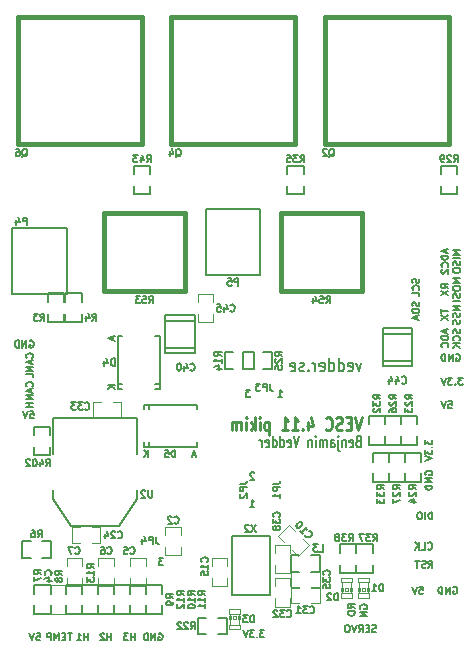
<source format=gbo>
G04 #@! TF.FileFunction,Legend,Bot*
%FSLAX46Y46*%
G04 Gerber Fmt 4.6, Leading zero omitted, Abs format (unit mm)*
G04 Created by KiCad (PCBNEW (2015-12-03 BZR 6346, Git b04f18b)-product) date 10.01.2016 19:16:16*
%MOMM*%
G01*
G04 APERTURE LIST*
%ADD10C,0.150000*%
%ADD11C,0.220000*%
%ADD12C,0.381000*%
%ADD13C,0.200660*%
%ADD14C,0.066040*%
%ADD15C,0.101600*%
%ADD16C,0.119380*%
%ADD17C,0.127000*%
%ADD18C,0.203200*%
G04 APERTURE END LIST*
D10*
X94075000Y-136846429D02*
X93703571Y-136846429D01*
X93903571Y-137075000D01*
X93817857Y-137075000D01*
X93760714Y-137103571D01*
X93732143Y-137132143D01*
X93703571Y-137189286D01*
X93703571Y-137332143D01*
X93732143Y-137389286D01*
X93760714Y-137417857D01*
X93817857Y-137446429D01*
X93989285Y-137446429D01*
X94046428Y-137417857D01*
X94075000Y-137389286D01*
X101425000Y-122571429D02*
X101053571Y-122571429D01*
X101253571Y-122800000D01*
X101167857Y-122800000D01*
X101110714Y-122828571D01*
X101082143Y-122857143D01*
X101053571Y-122914286D01*
X101053571Y-123057143D01*
X101082143Y-123114286D01*
X101110714Y-123142857D01*
X101167857Y-123171429D01*
X101339285Y-123171429D01*
X101396428Y-123142857D01*
X101425000Y-123114286D01*
X103828571Y-123171429D02*
X104171428Y-123171429D01*
X104000000Y-123171429D02*
X104000000Y-122571429D01*
X104057143Y-122657143D01*
X104114285Y-122714286D01*
X104171428Y-122742857D01*
X101771428Y-129628571D02*
X101742857Y-129600000D01*
X101685714Y-129571429D01*
X101542857Y-129571429D01*
X101485714Y-129600000D01*
X101457143Y-129628571D01*
X101428571Y-129685714D01*
X101428571Y-129742857D01*
X101457143Y-129828571D01*
X101800000Y-130171429D01*
X101428571Y-130171429D01*
X101428571Y-132471429D02*
X101771428Y-132471429D01*
X101600000Y-132471429D02*
X101600000Y-131871429D01*
X101657143Y-131957143D01*
X101714285Y-132014286D01*
X101771428Y-132042857D01*
X110775000Y-141092858D02*
X110746429Y-141035715D01*
X110746429Y-140950001D01*
X110775000Y-140864286D01*
X110832143Y-140807144D01*
X110889286Y-140778572D01*
X111003571Y-140750001D01*
X111089286Y-140750001D01*
X111203571Y-140778572D01*
X111260714Y-140807144D01*
X111317857Y-140864286D01*
X111346429Y-140950001D01*
X111346429Y-141007144D01*
X111317857Y-141092858D01*
X111289286Y-141121429D01*
X111089286Y-141121429D01*
X111089286Y-141007144D01*
X111346429Y-141378572D02*
X110746429Y-141378572D01*
X111346429Y-141721429D01*
X110746429Y-141721429D01*
X110296429Y-141085714D02*
X110010714Y-140885714D01*
X110296429Y-140742857D02*
X109696429Y-140742857D01*
X109696429Y-140971429D01*
X109725000Y-141028571D01*
X109753571Y-141057143D01*
X109810714Y-141085714D01*
X109896429Y-141085714D01*
X109953571Y-141057143D01*
X109982143Y-141028571D01*
X110010714Y-140971429D01*
X110010714Y-140742857D01*
X110296429Y-141342857D02*
X109696429Y-141342857D01*
X109696429Y-141485714D01*
X109725000Y-141571429D01*
X109782143Y-141628571D01*
X109839286Y-141657143D01*
X109953571Y-141685714D01*
X110039286Y-141685714D01*
X110153571Y-141657143D01*
X110210714Y-141628571D01*
X110267857Y-141571429D01*
X110296429Y-141485714D01*
X110296429Y-141342857D01*
X102660715Y-142921429D02*
X102289286Y-142921429D01*
X102489286Y-143150000D01*
X102403572Y-143150000D01*
X102346429Y-143178571D01*
X102317858Y-143207143D01*
X102289286Y-143264286D01*
X102289286Y-143407143D01*
X102317858Y-143464286D01*
X102346429Y-143492857D01*
X102403572Y-143521429D01*
X102575000Y-143521429D01*
X102632143Y-143492857D01*
X102660715Y-143464286D01*
X102032143Y-143464286D02*
X102003571Y-143492857D01*
X102032143Y-143521429D01*
X102060714Y-143492857D01*
X102032143Y-143464286D01*
X102032143Y-143521429D01*
X101803572Y-142921429D02*
X101432143Y-142921429D01*
X101632143Y-143150000D01*
X101546429Y-143150000D01*
X101489286Y-143178571D01*
X101460715Y-143207143D01*
X101432143Y-143264286D01*
X101432143Y-143407143D01*
X101460715Y-143464286D01*
X101489286Y-143492857D01*
X101546429Y-143521429D01*
X101717857Y-143521429D01*
X101775000Y-143492857D01*
X101803572Y-143464286D01*
X101260714Y-142921429D02*
X101060714Y-143521429D01*
X100860714Y-142921429D01*
X112114285Y-143067857D02*
X112028571Y-143096429D01*
X111885714Y-143096429D01*
X111828571Y-143067857D01*
X111800000Y-143039286D01*
X111771428Y-142982143D01*
X111771428Y-142925000D01*
X111800000Y-142867857D01*
X111828571Y-142839286D01*
X111885714Y-142810714D01*
X112000000Y-142782143D01*
X112057142Y-142753571D01*
X112085714Y-142725000D01*
X112114285Y-142667857D01*
X112114285Y-142610714D01*
X112085714Y-142553571D01*
X112057142Y-142525000D01*
X112000000Y-142496429D01*
X111857142Y-142496429D01*
X111771428Y-142525000D01*
X111514285Y-142782143D02*
X111314285Y-142782143D01*
X111228571Y-143096429D02*
X111514285Y-143096429D01*
X111514285Y-142496429D01*
X111228571Y-142496429D01*
X110628571Y-143096429D02*
X110828571Y-142810714D01*
X110971428Y-143096429D02*
X110971428Y-142496429D01*
X110742856Y-142496429D01*
X110685714Y-142525000D01*
X110657142Y-142553571D01*
X110628571Y-142610714D01*
X110628571Y-142696429D01*
X110657142Y-142753571D01*
X110685714Y-142782143D01*
X110742856Y-142810714D01*
X110971428Y-142810714D01*
X110457142Y-142496429D02*
X110257142Y-143096429D01*
X110057142Y-142496429D01*
X109742856Y-142496429D02*
X109628570Y-142496429D01*
X109571428Y-142525000D01*
X109514285Y-142582143D01*
X109485713Y-142696429D01*
X109485713Y-142896429D01*
X109514285Y-143010714D01*
X109571428Y-143067857D01*
X109628570Y-143096429D01*
X109742856Y-143096429D01*
X109799999Y-143067857D01*
X109857142Y-143010714D01*
X109885713Y-142896429D01*
X109885713Y-142696429D01*
X109857142Y-142582143D01*
X109799999Y-142525000D01*
X109742856Y-142496429D01*
X115764286Y-139246429D02*
X116050000Y-139246429D01*
X116078571Y-139532143D01*
X116050000Y-139503571D01*
X115992857Y-139475000D01*
X115850000Y-139475000D01*
X115792857Y-139503571D01*
X115764286Y-139532143D01*
X115735714Y-139589286D01*
X115735714Y-139732143D01*
X115764286Y-139789286D01*
X115792857Y-139817857D01*
X115850000Y-139846429D01*
X115992857Y-139846429D01*
X116050000Y-139817857D01*
X116078571Y-139789286D01*
X115564285Y-139246429D02*
X115364285Y-139846429D01*
X115164285Y-139246429D01*
X119221429Y-115482143D02*
X118621429Y-115482143D01*
X119221429Y-115825000D01*
X118621429Y-115825000D01*
X119192857Y-116082143D02*
X119221429Y-116167857D01*
X119221429Y-116310714D01*
X119192857Y-116367857D01*
X119164286Y-116396428D01*
X119107143Y-116425000D01*
X119050000Y-116425000D01*
X118992857Y-116396428D01*
X118964286Y-116367857D01*
X118935714Y-116310714D01*
X118907143Y-116196428D01*
X118878571Y-116139286D01*
X118850000Y-116110714D01*
X118792857Y-116082143D01*
X118735714Y-116082143D01*
X118678571Y-116110714D01*
X118650000Y-116139286D01*
X118621429Y-116196428D01*
X118621429Y-116339286D01*
X118650000Y-116425000D01*
X119192857Y-116653572D02*
X119221429Y-116739286D01*
X119221429Y-116882143D01*
X119192857Y-116939286D01*
X119164286Y-116967857D01*
X119107143Y-116996429D01*
X119050000Y-116996429D01*
X118992857Y-116967857D01*
X118964286Y-116939286D01*
X118935714Y-116882143D01*
X118907143Y-116767857D01*
X118878571Y-116710715D01*
X118850000Y-116682143D01*
X118792857Y-116653572D01*
X118735714Y-116653572D01*
X118678571Y-116682143D01*
X118650000Y-116710715D01*
X118621429Y-116767857D01*
X118621429Y-116910715D01*
X118650000Y-116996429D01*
X119192857Y-117453572D02*
X119221429Y-117539286D01*
X119221429Y-117682143D01*
X119192857Y-117739286D01*
X119164286Y-117767857D01*
X119107143Y-117796429D01*
X119050000Y-117796429D01*
X118992857Y-117767857D01*
X118964286Y-117739286D01*
X118935714Y-117682143D01*
X118907143Y-117567857D01*
X118878571Y-117510715D01*
X118850000Y-117482143D01*
X118792857Y-117453572D01*
X118735714Y-117453572D01*
X118678571Y-117482143D01*
X118650000Y-117510715D01*
X118621429Y-117567857D01*
X118621429Y-117710715D01*
X118650000Y-117796429D01*
X119164286Y-118396429D02*
X119192857Y-118367858D01*
X119221429Y-118282144D01*
X119221429Y-118225001D01*
X119192857Y-118139286D01*
X119135714Y-118082144D01*
X119078571Y-118053572D01*
X118964286Y-118025001D01*
X118878571Y-118025001D01*
X118764286Y-118053572D01*
X118707143Y-118082144D01*
X118650000Y-118139286D01*
X118621429Y-118225001D01*
X118621429Y-118282144D01*
X118650000Y-118367858D01*
X118678571Y-118396429D01*
X119221429Y-118653572D02*
X118621429Y-118653572D01*
X119221429Y-118996429D02*
X118878571Y-118739286D01*
X118621429Y-118996429D02*
X118964286Y-118653572D01*
X119221429Y-113132143D02*
X118621429Y-113132143D01*
X119050000Y-113332143D01*
X118621429Y-113532143D01*
X119221429Y-113532143D01*
X118621429Y-113932143D02*
X118621429Y-114046429D01*
X118650000Y-114103571D01*
X118707143Y-114160714D01*
X118821429Y-114189286D01*
X119021429Y-114189286D01*
X119135714Y-114160714D01*
X119192857Y-114103571D01*
X119221429Y-114046429D01*
X119221429Y-113932143D01*
X119192857Y-113875000D01*
X119135714Y-113817857D01*
X119021429Y-113789286D01*
X118821429Y-113789286D01*
X118707143Y-113817857D01*
X118650000Y-113875000D01*
X118621429Y-113932143D01*
X119192857Y-114417857D02*
X119221429Y-114503571D01*
X119221429Y-114646428D01*
X119192857Y-114703571D01*
X119164286Y-114732142D01*
X119107143Y-114760714D01*
X119050000Y-114760714D01*
X118992857Y-114732142D01*
X118964286Y-114703571D01*
X118935714Y-114646428D01*
X118907143Y-114532142D01*
X118878571Y-114475000D01*
X118850000Y-114446428D01*
X118792857Y-114417857D01*
X118735714Y-114417857D01*
X118678571Y-114446428D01*
X118650000Y-114475000D01*
X118621429Y-114532142D01*
X118621429Y-114675000D01*
X118650000Y-114760714D01*
X119221429Y-115017857D02*
X118621429Y-115017857D01*
X119221429Y-110757143D02*
X118621429Y-110757143D01*
X119050000Y-110957143D01*
X118621429Y-111157143D01*
X119221429Y-111157143D01*
X119221429Y-111442857D02*
X118621429Y-111442857D01*
X119192857Y-111700000D02*
X119221429Y-111785714D01*
X119221429Y-111928571D01*
X119192857Y-111985714D01*
X119164286Y-112014285D01*
X119107143Y-112042857D01*
X119050000Y-112042857D01*
X118992857Y-112014285D01*
X118964286Y-111985714D01*
X118935714Y-111928571D01*
X118907143Y-111814285D01*
X118878571Y-111757143D01*
X118850000Y-111728571D01*
X118792857Y-111700000D01*
X118735714Y-111700000D01*
X118678571Y-111728571D01*
X118650000Y-111757143D01*
X118621429Y-111814285D01*
X118621429Y-111957143D01*
X118650000Y-112042857D01*
X118621429Y-112414286D02*
X118621429Y-112528572D01*
X118650000Y-112585714D01*
X118707143Y-112642857D01*
X118821429Y-112671429D01*
X119021429Y-112671429D01*
X119135714Y-112642857D01*
X119192857Y-112585714D01*
X119221429Y-112528572D01*
X119221429Y-112414286D01*
X119192857Y-112357143D01*
X119135714Y-112300000D01*
X119021429Y-112271429D01*
X118821429Y-112271429D01*
X118707143Y-112300000D01*
X118650000Y-112357143D01*
X118621429Y-112414286D01*
X118050000Y-110671429D02*
X118050000Y-110957143D01*
X118221429Y-110614286D02*
X117621429Y-110814286D01*
X118221429Y-111014286D01*
X118221429Y-111214286D02*
X117621429Y-111214286D01*
X117621429Y-111357143D01*
X117650000Y-111442858D01*
X117707143Y-111500000D01*
X117764286Y-111528572D01*
X117878571Y-111557143D01*
X117964286Y-111557143D01*
X118078571Y-111528572D01*
X118135714Y-111500000D01*
X118192857Y-111442858D01*
X118221429Y-111357143D01*
X118221429Y-111214286D01*
X118164286Y-112157143D02*
X118192857Y-112128572D01*
X118221429Y-112042858D01*
X118221429Y-111985715D01*
X118192857Y-111900000D01*
X118135714Y-111842858D01*
X118078571Y-111814286D01*
X117964286Y-111785715D01*
X117878571Y-111785715D01*
X117764286Y-111814286D01*
X117707143Y-111842858D01*
X117650000Y-111900000D01*
X117621429Y-111985715D01*
X117621429Y-112042858D01*
X117650000Y-112128572D01*
X117678571Y-112157143D01*
X117678571Y-112385715D02*
X117650000Y-112414286D01*
X117621429Y-112471429D01*
X117621429Y-112614286D01*
X117650000Y-112671429D01*
X117678571Y-112700000D01*
X117735714Y-112728572D01*
X117792857Y-112728572D01*
X117878571Y-112700000D01*
X118221429Y-112357143D01*
X118221429Y-112728572D01*
X115742857Y-115146429D02*
X115771429Y-115232143D01*
X115771429Y-115375000D01*
X115742857Y-115432143D01*
X115714286Y-115460714D01*
X115657143Y-115489286D01*
X115600000Y-115489286D01*
X115542857Y-115460714D01*
X115514286Y-115432143D01*
X115485714Y-115375000D01*
X115457143Y-115260714D01*
X115428571Y-115203572D01*
X115400000Y-115175000D01*
X115342857Y-115146429D01*
X115285714Y-115146429D01*
X115228571Y-115175000D01*
X115200000Y-115203572D01*
X115171429Y-115260714D01*
X115171429Y-115403572D01*
X115200000Y-115489286D01*
X115771429Y-115746429D02*
X115171429Y-115746429D01*
X115171429Y-115889286D01*
X115200000Y-115975001D01*
X115257143Y-116032143D01*
X115314286Y-116060715D01*
X115428571Y-116089286D01*
X115514286Y-116089286D01*
X115628571Y-116060715D01*
X115685714Y-116032143D01*
X115742857Y-115975001D01*
X115771429Y-115889286D01*
X115771429Y-115746429D01*
X115600000Y-116317858D02*
X115600000Y-116603572D01*
X115771429Y-116260715D02*
X115171429Y-116460715D01*
X115771429Y-116660715D01*
X117621429Y-115767857D02*
X117621429Y-116110714D01*
X118221429Y-115939285D02*
X117621429Y-115939285D01*
X117621429Y-116253571D02*
X118221429Y-116653571D01*
X117621429Y-116653571D02*
X118221429Y-116253571D01*
X115742857Y-113160715D02*
X115771429Y-113246429D01*
X115771429Y-113389286D01*
X115742857Y-113446429D01*
X115714286Y-113475000D01*
X115657143Y-113503572D01*
X115600000Y-113503572D01*
X115542857Y-113475000D01*
X115514286Y-113446429D01*
X115485714Y-113389286D01*
X115457143Y-113275000D01*
X115428571Y-113217858D01*
X115400000Y-113189286D01*
X115342857Y-113160715D01*
X115285714Y-113160715D01*
X115228571Y-113189286D01*
X115200000Y-113217858D01*
X115171429Y-113275000D01*
X115171429Y-113417858D01*
X115200000Y-113503572D01*
X115714286Y-114103572D02*
X115742857Y-114075001D01*
X115771429Y-113989287D01*
X115771429Y-113932144D01*
X115742857Y-113846429D01*
X115685714Y-113789287D01*
X115628571Y-113760715D01*
X115514286Y-113732144D01*
X115428571Y-113732144D01*
X115314286Y-113760715D01*
X115257143Y-113789287D01*
X115200000Y-113846429D01*
X115171429Y-113932144D01*
X115171429Y-113989287D01*
X115200000Y-114075001D01*
X115228571Y-114103572D01*
X115771429Y-114646429D02*
X115771429Y-114360715D01*
X115171429Y-114360715D01*
X118221429Y-113975000D02*
X117935714Y-113775000D01*
X118221429Y-113632143D02*
X117621429Y-113632143D01*
X117621429Y-113860715D01*
X117650000Y-113917857D01*
X117678571Y-113946429D01*
X117735714Y-113975000D01*
X117821429Y-113975000D01*
X117878571Y-113946429D01*
X117907143Y-113917857D01*
X117935714Y-113860715D01*
X117935714Y-113632143D01*
X117621429Y-114175000D02*
X118221429Y-114575000D01*
X117621429Y-114575000D02*
X118221429Y-114175000D01*
X118050000Y-117482143D02*
X118050000Y-117767857D01*
X118221429Y-117425000D02*
X117621429Y-117625000D01*
X118221429Y-117825000D01*
X118221429Y-118025000D02*
X117621429Y-118025000D01*
X117621429Y-118167857D01*
X117650000Y-118253572D01*
X117707143Y-118310714D01*
X117764286Y-118339286D01*
X117878571Y-118367857D01*
X117964286Y-118367857D01*
X118078571Y-118339286D01*
X118135714Y-118310714D01*
X118192857Y-118253572D01*
X118221429Y-118167857D01*
X118221429Y-118025000D01*
X118164286Y-118967857D02*
X118192857Y-118939286D01*
X118221429Y-118853572D01*
X118221429Y-118796429D01*
X118192857Y-118710714D01*
X118135714Y-118653572D01*
X118078571Y-118625000D01*
X117964286Y-118596429D01*
X117878571Y-118596429D01*
X117764286Y-118625000D01*
X117707143Y-118653572D01*
X117650000Y-118710714D01*
X117621429Y-118796429D01*
X117621429Y-118853572D01*
X117650000Y-118939286D01*
X117678571Y-118967857D01*
X110871429Y-120264286D02*
X110657143Y-120997619D01*
X110442857Y-120264286D01*
X109757143Y-120945238D02*
X109842857Y-120997619D01*
X110014286Y-120997619D01*
X110100000Y-120945238D01*
X110142857Y-120840476D01*
X110142857Y-120421429D01*
X110100000Y-120316667D01*
X110014286Y-120264286D01*
X109842857Y-120264286D01*
X109757143Y-120316667D01*
X109714286Y-120421429D01*
X109714286Y-120526190D01*
X110142857Y-120630952D01*
X108942857Y-120997619D02*
X108942857Y-119897619D01*
X108942857Y-120945238D02*
X109028571Y-120997619D01*
X109200000Y-120997619D01*
X109285714Y-120945238D01*
X109328571Y-120892857D01*
X109371428Y-120788095D01*
X109371428Y-120473810D01*
X109328571Y-120369048D01*
X109285714Y-120316667D01*
X109200000Y-120264286D01*
X109028571Y-120264286D01*
X108942857Y-120316667D01*
X108128571Y-120997619D02*
X108128571Y-119897619D01*
X108128571Y-120945238D02*
X108214285Y-120997619D01*
X108385714Y-120997619D01*
X108471428Y-120945238D01*
X108514285Y-120892857D01*
X108557142Y-120788095D01*
X108557142Y-120473810D01*
X108514285Y-120369048D01*
X108471428Y-120316667D01*
X108385714Y-120264286D01*
X108214285Y-120264286D01*
X108128571Y-120316667D01*
X107357142Y-120945238D02*
X107442856Y-120997619D01*
X107614285Y-120997619D01*
X107699999Y-120945238D01*
X107742856Y-120840476D01*
X107742856Y-120421429D01*
X107699999Y-120316667D01*
X107614285Y-120264286D01*
X107442856Y-120264286D01*
X107357142Y-120316667D01*
X107314285Y-120421429D01*
X107314285Y-120526190D01*
X107742856Y-120630952D01*
X106928570Y-120997619D02*
X106928570Y-120264286D01*
X106928570Y-120473810D02*
X106885713Y-120369048D01*
X106842856Y-120316667D01*
X106757142Y-120264286D01*
X106671427Y-120264286D01*
X106371427Y-120892857D02*
X106328570Y-120945238D01*
X106371427Y-120997619D01*
X106414284Y-120945238D01*
X106371427Y-120892857D01*
X106371427Y-120997619D01*
X105985713Y-120945238D02*
X105899999Y-120997619D01*
X105728571Y-120997619D01*
X105642856Y-120945238D01*
X105599999Y-120840476D01*
X105599999Y-120788095D01*
X105642856Y-120683333D01*
X105728571Y-120630952D01*
X105857142Y-120630952D01*
X105942856Y-120578571D01*
X105985713Y-120473810D01*
X105985713Y-120421429D01*
X105942856Y-120316667D01*
X105857142Y-120264286D01*
X105728571Y-120264286D01*
X105642856Y-120316667D01*
X104871428Y-120945238D02*
X104957142Y-120997619D01*
X105128571Y-120997619D01*
X105214285Y-120945238D01*
X105257142Y-120840476D01*
X105257142Y-120421429D01*
X105214285Y-120316667D01*
X105128571Y-120264286D01*
X104957142Y-120264286D01*
X104871428Y-120316667D01*
X104828571Y-120421429D01*
X104828571Y-120526190D01*
X105257142Y-120630952D01*
X118882142Y-119575000D02*
X118939285Y-119546429D01*
X119024999Y-119546429D01*
X119110714Y-119575000D01*
X119167856Y-119632143D01*
X119196428Y-119689286D01*
X119224999Y-119803571D01*
X119224999Y-119889286D01*
X119196428Y-120003571D01*
X119167856Y-120060714D01*
X119110714Y-120117857D01*
X119024999Y-120146429D01*
X118967856Y-120146429D01*
X118882142Y-120117857D01*
X118853571Y-120089286D01*
X118853571Y-119889286D01*
X118967856Y-119889286D01*
X118596428Y-120146429D02*
X118596428Y-119546429D01*
X118253571Y-120146429D01*
X118253571Y-119546429D01*
X117967857Y-120146429D02*
X117967857Y-119546429D01*
X117825000Y-119546429D01*
X117739285Y-119575000D01*
X117682143Y-119632143D01*
X117653571Y-119689286D01*
X117625000Y-119803571D01*
X117625000Y-119889286D01*
X117653571Y-120003571D01*
X117682143Y-120060714D01*
X117739285Y-120117857D01*
X117825000Y-120146429D01*
X117967857Y-120146429D01*
X119435715Y-121546429D02*
X119064286Y-121546429D01*
X119264286Y-121775000D01*
X119178572Y-121775000D01*
X119121429Y-121803571D01*
X119092858Y-121832143D01*
X119064286Y-121889286D01*
X119064286Y-122032143D01*
X119092858Y-122089286D01*
X119121429Y-122117857D01*
X119178572Y-122146429D01*
X119350000Y-122146429D01*
X119407143Y-122117857D01*
X119435715Y-122089286D01*
X118807143Y-122089286D02*
X118778571Y-122117857D01*
X118807143Y-122146429D01*
X118835714Y-122117857D01*
X118807143Y-122089286D01*
X118807143Y-122146429D01*
X118578572Y-121546429D02*
X118207143Y-121546429D01*
X118407143Y-121775000D01*
X118321429Y-121775000D01*
X118264286Y-121803571D01*
X118235715Y-121832143D01*
X118207143Y-121889286D01*
X118207143Y-122032143D01*
X118235715Y-122089286D01*
X118264286Y-122117857D01*
X118321429Y-122146429D01*
X118492857Y-122146429D01*
X118550000Y-122117857D01*
X118578572Y-122089286D01*
X118035714Y-121546429D02*
X117835714Y-122146429D01*
X117635714Y-121546429D01*
X118239286Y-123546429D02*
X118525000Y-123546429D01*
X118553571Y-123832143D01*
X118525000Y-123803571D01*
X118467857Y-123775000D01*
X118325000Y-123775000D01*
X118267857Y-123803571D01*
X118239286Y-123832143D01*
X118210714Y-123889286D01*
X118210714Y-124032143D01*
X118239286Y-124089286D01*
X118267857Y-124117857D01*
X118325000Y-124146429D01*
X118467857Y-124146429D01*
X118525000Y-124117857D01*
X118553571Y-124089286D01*
X118039285Y-123546429D02*
X117839285Y-124146429D01*
X117639285Y-123546429D01*
X116528572Y-137646429D02*
X116728572Y-137360714D01*
X116871429Y-137646429D02*
X116871429Y-137046429D01*
X116642857Y-137046429D01*
X116585715Y-137075000D01*
X116557143Y-137103571D01*
X116528572Y-137160714D01*
X116528572Y-137246429D01*
X116557143Y-137303571D01*
X116585715Y-137332143D01*
X116642857Y-137360714D01*
X116871429Y-137360714D01*
X116300000Y-137617857D02*
X116214286Y-137646429D01*
X116071429Y-137646429D01*
X116014286Y-137617857D01*
X115985715Y-137589286D01*
X115957143Y-137532143D01*
X115957143Y-137475000D01*
X115985715Y-137417857D01*
X116014286Y-137389286D01*
X116071429Y-137360714D01*
X116185715Y-137332143D01*
X116242857Y-137303571D01*
X116271429Y-137275000D01*
X116300000Y-137217857D01*
X116300000Y-137160714D01*
X116271429Y-137103571D01*
X116242857Y-137075000D01*
X116185715Y-137046429D01*
X116042857Y-137046429D01*
X115957143Y-137075000D01*
X115785714Y-137046429D02*
X115442857Y-137046429D01*
X115614286Y-137646429D02*
X115614286Y-137046429D01*
X116864285Y-133546429D02*
X116864285Y-132946429D01*
X116721428Y-132946429D01*
X116635713Y-132975000D01*
X116578571Y-133032143D01*
X116549999Y-133089286D01*
X116521428Y-133203571D01*
X116521428Y-133289286D01*
X116549999Y-133403571D01*
X116578571Y-133460714D01*
X116635713Y-133517857D01*
X116721428Y-133546429D01*
X116864285Y-133546429D01*
X116264285Y-133546429D02*
X116264285Y-132946429D01*
X115864285Y-132946429D02*
X115749999Y-132946429D01*
X115692857Y-132975000D01*
X115635714Y-133032143D01*
X115607142Y-133146429D01*
X115607142Y-133346429D01*
X115635714Y-133460714D01*
X115692857Y-133517857D01*
X115749999Y-133546429D01*
X115864285Y-133546429D01*
X115921428Y-133517857D01*
X115978571Y-133460714D01*
X116007142Y-133346429D01*
X116007142Y-133146429D01*
X115978571Y-133032143D01*
X115921428Y-132975000D01*
X115864285Y-132946429D01*
X116300000Y-129767858D02*
X116271429Y-129710715D01*
X116271429Y-129625001D01*
X116300000Y-129539286D01*
X116357143Y-129482144D01*
X116414286Y-129453572D01*
X116528571Y-129425001D01*
X116614286Y-129425001D01*
X116728571Y-129453572D01*
X116785714Y-129482144D01*
X116842857Y-129539286D01*
X116871429Y-129625001D01*
X116871429Y-129682144D01*
X116842857Y-129767858D01*
X116814286Y-129796429D01*
X116614286Y-129796429D01*
X116614286Y-129682144D01*
X116871429Y-130053572D02*
X116271429Y-130053572D01*
X116871429Y-130396429D01*
X116271429Y-130396429D01*
X116871429Y-130682143D02*
X116271429Y-130682143D01*
X116271429Y-130825000D01*
X116300000Y-130910715D01*
X116357143Y-130967857D01*
X116414286Y-130996429D01*
X116528571Y-131025000D01*
X116614286Y-131025000D01*
X116728571Y-130996429D01*
X116785714Y-130967857D01*
X116842857Y-130910715D01*
X116871429Y-130825000D01*
X116871429Y-130682143D01*
X116482143Y-136039286D02*
X116510714Y-136067857D01*
X116596428Y-136096429D01*
X116653571Y-136096429D01*
X116739286Y-136067857D01*
X116796428Y-136010714D01*
X116825000Y-135953571D01*
X116853571Y-135839286D01*
X116853571Y-135753571D01*
X116825000Y-135639286D01*
X116796428Y-135582143D01*
X116739286Y-135525000D01*
X116653571Y-135496429D01*
X116596428Y-135496429D01*
X116510714Y-135525000D01*
X116482143Y-135553571D01*
X115939286Y-136096429D02*
X116225000Y-136096429D01*
X116225000Y-135496429D01*
X115739286Y-136096429D02*
X115739286Y-135496429D01*
X115396429Y-136096429D02*
X115653572Y-135753571D01*
X115396429Y-135496429D02*
X115739286Y-135839286D01*
X116271429Y-126789285D02*
X116271429Y-127160714D01*
X116500000Y-126960714D01*
X116500000Y-127046428D01*
X116528571Y-127103571D01*
X116557143Y-127132142D01*
X116614286Y-127160714D01*
X116757143Y-127160714D01*
X116814286Y-127132142D01*
X116842857Y-127103571D01*
X116871429Y-127046428D01*
X116871429Y-126875000D01*
X116842857Y-126817857D01*
X116814286Y-126789285D01*
X116814286Y-127417857D02*
X116842857Y-127446429D01*
X116871429Y-127417857D01*
X116842857Y-127389286D01*
X116814286Y-127417857D01*
X116871429Y-127417857D01*
X116271429Y-127646428D02*
X116271429Y-128017857D01*
X116500000Y-127817857D01*
X116500000Y-127903571D01*
X116528571Y-127960714D01*
X116557143Y-127989285D01*
X116614286Y-128017857D01*
X116757143Y-128017857D01*
X116814286Y-127989285D01*
X116842857Y-127960714D01*
X116871429Y-127903571D01*
X116871429Y-127732143D01*
X116842857Y-127675000D01*
X116814286Y-127646428D01*
X116271429Y-128189286D02*
X116871429Y-128389286D01*
X116271429Y-128589286D01*
X82814286Y-124396429D02*
X83100000Y-124396429D01*
X83128571Y-124682143D01*
X83100000Y-124653571D01*
X83042857Y-124625000D01*
X82900000Y-124625000D01*
X82842857Y-124653571D01*
X82814286Y-124682143D01*
X82785714Y-124739286D01*
X82785714Y-124882143D01*
X82814286Y-124939286D01*
X82842857Y-124967857D01*
X82900000Y-124996429D01*
X83042857Y-124996429D01*
X83100000Y-124967857D01*
X83128571Y-124939286D01*
X82614285Y-124396429D02*
X82414285Y-124996429D01*
X82214285Y-124396429D01*
X83014286Y-122275000D02*
X83042857Y-122246429D01*
X83071429Y-122160715D01*
X83071429Y-122103572D01*
X83042857Y-122017857D01*
X82985714Y-121960715D01*
X82928571Y-121932143D01*
X82814286Y-121903572D01*
X82728571Y-121903572D01*
X82614286Y-121932143D01*
X82557143Y-121960715D01*
X82500000Y-122017857D01*
X82471429Y-122103572D01*
X82471429Y-122160715D01*
X82500000Y-122246429D01*
X82528571Y-122275000D01*
X82900000Y-122503572D02*
X82900000Y-122789286D01*
X83071429Y-122446429D02*
X82471429Y-122646429D01*
X83071429Y-122846429D01*
X83071429Y-123046429D02*
X82471429Y-123046429D01*
X83071429Y-123389286D01*
X82471429Y-123389286D01*
X83071429Y-123675000D02*
X82471429Y-123675000D01*
X82757143Y-123675000D02*
X82757143Y-124017857D01*
X83071429Y-124017857D02*
X82471429Y-124017857D01*
X83014286Y-119846429D02*
X83042857Y-119817858D01*
X83071429Y-119732144D01*
X83071429Y-119675001D01*
X83042857Y-119589286D01*
X82985714Y-119532144D01*
X82928571Y-119503572D01*
X82814286Y-119475001D01*
X82728571Y-119475001D01*
X82614286Y-119503572D01*
X82557143Y-119532144D01*
X82500000Y-119589286D01*
X82471429Y-119675001D01*
X82471429Y-119732144D01*
X82500000Y-119817858D01*
X82528571Y-119846429D01*
X82900000Y-120075001D02*
X82900000Y-120360715D01*
X83071429Y-120017858D02*
X82471429Y-120217858D01*
X83071429Y-120417858D01*
X83071429Y-120617858D02*
X82471429Y-120617858D01*
X83071429Y-120960715D01*
X82471429Y-120960715D01*
X83071429Y-121532143D02*
X83071429Y-121246429D01*
X82471429Y-121246429D01*
X83364286Y-143196429D02*
X83650000Y-143196429D01*
X83678571Y-143482143D01*
X83650000Y-143453571D01*
X83592857Y-143425000D01*
X83450000Y-143425000D01*
X83392857Y-143453571D01*
X83364286Y-143482143D01*
X83335714Y-143539286D01*
X83335714Y-143682143D01*
X83364286Y-143739286D01*
X83392857Y-143767857D01*
X83450000Y-143796429D01*
X83592857Y-143796429D01*
X83650000Y-143767857D01*
X83678571Y-143739286D01*
X83164285Y-143196429D02*
X82964285Y-143796429D01*
X82764285Y-143196429D01*
X86335714Y-143196429D02*
X85992857Y-143196429D01*
X86164286Y-143796429D02*
X86164286Y-143196429D01*
X85792857Y-143482143D02*
X85592857Y-143482143D01*
X85507143Y-143796429D02*
X85792857Y-143796429D01*
X85792857Y-143196429D01*
X85507143Y-143196429D01*
X85250000Y-143796429D02*
X85250000Y-143196429D01*
X85050000Y-143625000D01*
X84850000Y-143196429D01*
X84850000Y-143796429D01*
X84564286Y-143796429D02*
X84564286Y-143196429D01*
X84335714Y-143196429D01*
X84278572Y-143225000D01*
X84250000Y-143253571D01*
X84221429Y-143310714D01*
X84221429Y-143396429D01*
X84250000Y-143453571D01*
X84278572Y-143482143D01*
X84335714Y-143510714D01*
X84564286Y-143510714D01*
X87707143Y-143796429D02*
X87707143Y-143196429D01*
X87707143Y-143482143D02*
X87364286Y-143482143D01*
X87364286Y-143796429D02*
X87364286Y-143196429D01*
X86764286Y-143796429D02*
X87107143Y-143796429D01*
X86935715Y-143796429D02*
X86935715Y-143196429D01*
X86992858Y-143282143D01*
X87050000Y-143339286D01*
X87107143Y-143367857D01*
X89707143Y-143796429D02*
X89707143Y-143196429D01*
X89707143Y-143482143D02*
X89364286Y-143482143D01*
X89364286Y-143796429D02*
X89364286Y-143196429D01*
X89107143Y-143253571D02*
X89078572Y-143225000D01*
X89021429Y-143196429D01*
X88878572Y-143196429D01*
X88821429Y-143225000D01*
X88792858Y-143253571D01*
X88764286Y-143310714D01*
X88764286Y-143367857D01*
X88792858Y-143453571D01*
X89135715Y-143796429D01*
X88764286Y-143796429D01*
X91707143Y-143796429D02*
X91707143Y-143196429D01*
X91707143Y-143482143D02*
X91364286Y-143482143D01*
X91364286Y-143796429D02*
X91364286Y-143196429D01*
X91135715Y-143196429D02*
X90764286Y-143196429D01*
X90964286Y-143425000D01*
X90878572Y-143425000D01*
X90821429Y-143453571D01*
X90792858Y-143482143D01*
X90764286Y-143539286D01*
X90764286Y-143682143D01*
X90792858Y-143739286D01*
X90821429Y-143767857D01*
X90878572Y-143796429D01*
X91050000Y-143796429D01*
X91107143Y-143767857D01*
X91135715Y-143739286D01*
X93707142Y-143225000D02*
X93764285Y-143196429D01*
X93849999Y-143196429D01*
X93935714Y-143225000D01*
X93992856Y-143282143D01*
X94021428Y-143339286D01*
X94049999Y-143453571D01*
X94049999Y-143539286D01*
X94021428Y-143653571D01*
X93992856Y-143710714D01*
X93935714Y-143767857D01*
X93849999Y-143796429D01*
X93792856Y-143796429D01*
X93707142Y-143767857D01*
X93678571Y-143739286D01*
X93678571Y-143539286D01*
X93792856Y-143539286D01*
X93421428Y-143796429D02*
X93421428Y-143196429D01*
X93078571Y-143796429D01*
X93078571Y-143196429D01*
X92792857Y-143796429D02*
X92792857Y-143196429D01*
X92650000Y-143196429D01*
X92564285Y-143225000D01*
X92507143Y-143282143D01*
X92478571Y-143339286D01*
X92450000Y-143453571D01*
X92450000Y-143539286D01*
X92478571Y-143653571D01*
X92507143Y-143710714D01*
X92564285Y-143767857D01*
X92650000Y-143796429D01*
X92792857Y-143796429D01*
X82782142Y-118425000D02*
X82839285Y-118396429D01*
X82924999Y-118396429D01*
X83010714Y-118425000D01*
X83067856Y-118482143D01*
X83096428Y-118539286D01*
X83124999Y-118653571D01*
X83124999Y-118739286D01*
X83096428Y-118853571D01*
X83067856Y-118910714D01*
X83010714Y-118967857D01*
X82924999Y-118996429D01*
X82867856Y-118996429D01*
X82782142Y-118967857D01*
X82753571Y-118939286D01*
X82753571Y-118739286D01*
X82867856Y-118739286D01*
X82496428Y-118996429D02*
X82496428Y-118396429D01*
X82153571Y-118996429D01*
X82153571Y-118396429D01*
X81867857Y-118996429D02*
X81867857Y-118396429D01*
X81725000Y-118396429D01*
X81639285Y-118425000D01*
X81582143Y-118482143D01*
X81553571Y-118539286D01*
X81525000Y-118653571D01*
X81525000Y-118739286D01*
X81553571Y-118853571D01*
X81582143Y-118910714D01*
X81639285Y-118967857D01*
X81725000Y-118996429D01*
X81867857Y-118996429D01*
X118632142Y-139275000D02*
X118689285Y-139246429D01*
X118774999Y-139246429D01*
X118860714Y-139275000D01*
X118917856Y-139332143D01*
X118946428Y-139389286D01*
X118974999Y-139503571D01*
X118974999Y-139589286D01*
X118946428Y-139703571D01*
X118917856Y-139760714D01*
X118860714Y-139817857D01*
X118774999Y-139846429D01*
X118717856Y-139846429D01*
X118632142Y-139817857D01*
X118603571Y-139789286D01*
X118603571Y-139589286D01*
X118717856Y-139589286D01*
X118346428Y-139846429D02*
X118346428Y-139246429D01*
X118003571Y-139846429D01*
X118003571Y-139246429D01*
X117717857Y-139846429D02*
X117717857Y-139246429D01*
X117575000Y-139246429D01*
X117489285Y-139275000D01*
X117432143Y-139332143D01*
X117403571Y-139389286D01*
X117375000Y-139503571D01*
X117375000Y-139589286D01*
X117403571Y-139703571D01*
X117432143Y-139760714D01*
X117489285Y-139817857D01*
X117575000Y-139846429D01*
X117717857Y-139846429D01*
X110600000Y-126928571D02*
X110500000Y-126976190D01*
X110466667Y-127023810D01*
X110433333Y-127119048D01*
X110433333Y-127261905D01*
X110466667Y-127357143D01*
X110500000Y-127404762D01*
X110566667Y-127452381D01*
X110833333Y-127452381D01*
X110833333Y-126452381D01*
X110600000Y-126452381D01*
X110533333Y-126500000D01*
X110500000Y-126547619D01*
X110466667Y-126642857D01*
X110466667Y-126738095D01*
X110500000Y-126833333D01*
X110533333Y-126880952D01*
X110600000Y-126928571D01*
X110833333Y-126928571D01*
X109866667Y-127404762D02*
X109933333Y-127452381D01*
X110066667Y-127452381D01*
X110133333Y-127404762D01*
X110166667Y-127309524D01*
X110166667Y-126928571D01*
X110133333Y-126833333D01*
X110066667Y-126785714D01*
X109933333Y-126785714D01*
X109866667Y-126833333D01*
X109833333Y-126928571D01*
X109833333Y-127023810D01*
X110166667Y-127119048D01*
X109533333Y-126785714D02*
X109533333Y-127452381D01*
X109533333Y-126880952D02*
X109500000Y-126833333D01*
X109433333Y-126785714D01*
X109333333Y-126785714D01*
X109266667Y-126833333D01*
X109233333Y-126928571D01*
X109233333Y-127452381D01*
X108900000Y-126785714D02*
X108900000Y-127642857D01*
X108933334Y-127738095D01*
X109000000Y-127785714D01*
X109033334Y-127785714D01*
X108900000Y-126452381D02*
X108933334Y-126500000D01*
X108900000Y-126547619D01*
X108866667Y-126500000D01*
X108900000Y-126452381D01*
X108900000Y-126547619D01*
X108266667Y-127452381D02*
X108266667Y-126928571D01*
X108300001Y-126833333D01*
X108366667Y-126785714D01*
X108500001Y-126785714D01*
X108566667Y-126833333D01*
X108266667Y-127404762D02*
X108333334Y-127452381D01*
X108500001Y-127452381D01*
X108566667Y-127404762D01*
X108600001Y-127309524D01*
X108600001Y-127214286D01*
X108566667Y-127119048D01*
X108500001Y-127071429D01*
X108333334Y-127071429D01*
X108266667Y-127023810D01*
X107933334Y-127452381D02*
X107933334Y-126785714D01*
X107933334Y-126880952D02*
X107900001Y-126833333D01*
X107833334Y-126785714D01*
X107733334Y-126785714D01*
X107666668Y-126833333D01*
X107633334Y-126928571D01*
X107633334Y-127452381D01*
X107633334Y-126928571D02*
X107600001Y-126833333D01*
X107533334Y-126785714D01*
X107433334Y-126785714D01*
X107366668Y-126833333D01*
X107333334Y-126928571D01*
X107333334Y-127452381D01*
X107000001Y-127452381D02*
X107000001Y-126785714D01*
X107000001Y-126452381D02*
X107033335Y-126500000D01*
X107000001Y-126547619D01*
X106966668Y-126500000D01*
X107000001Y-126452381D01*
X107000001Y-126547619D01*
X106666668Y-126785714D02*
X106666668Y-127452381D01*
X106666668Y-126880952D02*
X106633335Y-126833333D01*
X106566668Y-126785714D01*
X106466668Y-126785714D01*
X106400002Y-126833333D01*
X106366668Y-126928571D01*
X106366668Y-127452381D01*
X105600002Y-126452381D02*
X105366669Y-127452381D01*
X105133336Y-126452381D01*
X104633336Y-127404762D02*
X104700002Y-127452381D01*
X104833336Y-127452381D01*
X104900002Y-127404762D01*
X104933336Y-127309524D01*
X104933336Y-126928571D01*
X104900002Y-126833333D01*
X104833336Y-126785714D01*
X104700002Y-126785714D01*
X104633336Y-126833333D01*
X104600002Y-126928571D01*
X104600002Y-127023810D01*
X104933336Y-127119048D01*
X104000002Y-127452381D02*
X104000002Y-126452381D01*
X104000002Y-127404762D02*
X104066669Y-127452381D01*
X104200002Y-127452381D01*
X104266669Y-127404762D01*
X104300002Y-127357143D01*
X104333336Y-127261905D01*
X104333336Y-126976190D01*
X104300002Y-126880952D01*
X104266669Y-126833333D01*
X104200002Y-126785714D01*
X104066669Y-126785714D01*
X104000002Y-126833333D01*
X103366669Y-127452381D02*
X103366669Y-126452381D01*
X103366669Y-127404762D02*
X103433336Y-127452381D01*
X103566669Y-127452381D01*
X103633336Y-127404762D01*
X103666669Y-127357143D01*
X103700003Y-127261905D01*
X103700003Y-126976190D01*
X103666669Y-126880952D01*
X103633336Y-126833333D01*
X103566669Y-126785714D01*
X103433336Y-126785714D01*
X103366669Y-126833333D01*
X102766670Y-127404762D02*
X102833336Y-127452381D01*
X102966670Y-127452381D01*
X103033336Y-127404762D01*
X103066670Y-127309524D01*
X103066670Y-126928571D01*
X103033336Y-126833333D01*
X102966670Y-126785714D01*
X102833336Y-126785714D01*
X102766670Y-126833333D01*
X102733336Y-126928571D01*
X102733336Y-127023810D01*
X103066670Y-127119048D01*
X102433336Y-127452381D02*
X102433336Y-126785714D01*
X102433336Y-126976190D02*
X102400003Y-126880952D01*
X102366670Y-126833333D01*
X102300003Y-126785714D01*
X102233336Y-126785714D01*
D11*
X110914286Y-124897619D02*
X110614286Y-125997619D01*
X110314286Y-124897619D01*
X110014285Y-125421429D02*
X109714285Y-125421429D01*
X109585714Y-125997619D02*
X110014285Y-125997619D01*
X110014285Y-124897619D01*
X109585714Y-124897619D01*
X109242856Y-125945238D02*
X109114285Y-125997619D01*
X108899999Y-125997619D01*
X108814285Y-125945238D01*
X108771428Y-125892857D01*
X108728571Y-125788095D01*
X108728571Y-125683333D01*
X108771428Y-125578571D01*
X108814285Y-125526190D01*
X108899999Y-125473810D01*
X109071428Y-125421429D01*
X109157142Y-125369048D01*
X109199999Y-125316667D01*
X109242856Y-125211905D01*
X109242856Y-125107143D01*
X109199999Y-125002381D01*
X109157142Y-124950000D01*
X109071428Y-124897619D01*
X108857142Y-124897619D01*
X108728571Y-124950000D01*
X107828571Y-125892857D02*
X107871428Y-125945238D01*
X107999999Y-125997619D01*
X108085713Y-125997619D01*
X108214285Y-125945238D01*
X108299999Y-125840476D01*
X108342856Y-125735714D01*
X108385713Y-125526190D01*
X108385713Y-125369048D01*
X108342856Y-125159524D01*
X108299999Y-125054762D01*
X108214285Y-124950000D01*
X108085713Y-124897619D01*
X107999999Y-124897619D01*
X107871428Y-124950000D01*
X107828571Y-125002381D01*
X106371428Y-125264286D02*
X106371428Y-125997619D01*
X106585714Y-124845238D02*
X106799999Y-125630952D01*
X106242857Y-125630952D01*
X105899999Y-125892857D02*
X105857142Y-125945238D01*
X105899999Y-125997619D01*
X105942856Y-125945238D01*
X105899999Y-125892857D01*
X105899999Y-125997619D01*
X105000000Y-125997619D02*
X105514285Y-125997619D01*
X105257143Y-125997619D02*
X105257143Y-124897619D01*
X105342857Y-125054762D01*
X105428571Y-125159524D01*
X105514285Y-125211905D01*
X104142857Y-125997619D02*
X104657142Y-125997619D01*
X104400000Y-125997619D02*
X104400000Y-124897619D01*
X104485714Y-125054762D01*
X104571428Y-125159524D01*
X104657142Y-125211905D01*
X103071428Y-125264286D02*
X103071428Y-126364286D01*
X103071428Y-125316667D02*
X102985714Y-125264286D01*
X102814285Y-125264286D01*
X102728571Y-125316667D01*
X102685714Y-125369048D01*
X102642857Y-125473810D01*
X102642857Y-125788095D01*
X102685714Y-125892857D01*
X102728571Y-125945238D01*
X102814285Y-125997619D01*
X102985714Y-125997619D01*
X103071428Y-125945238D01*
X102257142Y-125997619D02*
X102257142Y-125264286D01*
X102257142Y-124897619D02*
X102299999Y-124950000D01*
X102257142Y-125002381D01*
X102214285Y-124950000D01*
X102257142Y-124897619D01*
X102257142Y-125002381D01*
X101828571Y-125997619D02*
X101828571Y-124897619D01*
X101742857Y-125578571D02*
X101485714Y-125997619D01*
X101485714Y-125264286D02*
X101828571Y-125683333D01*
X101100000Y-125997619D02*
X101100000Y-125264286D01*
X101100000Y-124897619D02*
X101142857Y-124950000D01*
X101100000Y-125002381D01*
X101057143Y-124950000D01*
X101100000Y-124897619D01*
X101100000Y-125002381D01*
X100671429Y-125997619D02*
X100671429Y-125264286D01*
X100671429Y-125369048D02*
X100628572Y-125316667D01*
X100542858Y-125264286D01*
X100414286Y-125264286D01*
X100328572Y-125316667D01*
X100285715Y-125421429D01*
X100285715Y-125997619D01*
X100285715Y-125421429D02*
X100242858Y-125316667D01*
X100157144Y-125264286D01*
X100028572Y-125264286D01*
X99942858Y-125316667D01*
X99900001Y-125421429D01*
X99900001Y-125997619D01*
D10*
X90274940Y-122049140D02*
X90625460Y-122049140D01*
X93775060Y-122049140D02*
X93424540Y-122049140D01*
X90274940Y-117999560D02*
X90625460Y-117999560D01*
X90274940Y-122500440D02*
X90625460Y-122500440D01*
X93775060Y-122500440D02*
X93424540Y-122500440D01*
X93775060Y-117999560D02*
X93424540Y-117999560D01*
X90274940Y-122500440D02*
X90274940Y-117999560D01*
X93775060Y-122500440D02*
X93775060Y-117999560D01*
D12*
X89071000Y-114197000D02*
X89071000Y-107593000D01*
X89071000Y-107593000D02*
X95929000Y-107593000D01*
X95929000Y-107593000D02*
X95929000Y-114197000D01*
X95929000Y-114197000D02*
X89071000Y-114197000D01*
X104071000Y-114197000D02*
X104071000Y-107593000D01*
X104071000Y-107593000D02*
X110929000Y-107593000D01*
X110929000Y-107593000D02*
X110929000Y-114197000D01*
X110929000Y-114197000D02*
X104071000Y-114197000D01*
D13*
X103100200Y-139924360D02*
X103100200Y-134925640D01*
X103100200Y-134925640D02*
X99899800Y-134925640D01*
X99899800Y-134925640D02*
X99899800Y-139924360D01*
X99899800Y-139924360D02*
X103100200Y-139924360D01*
D14*
X110600420Y-139774580D02*
X111499580Y-139774580D01*
X111499580Y-139774580D02*
X111499580Y-140173360D01*
X110600420Y-140173360D02*
X111499580Y-140173360D01*
X110600420Y-139774580D02*
X110600420Y-140173360D01*
X110600420Y-138476640D02*
X111499580Y-138476640D01*
X111499580Y-138476640D02*
X111499580Y-138875420D01*
X110600420Y-138875420D02*
X111499580Y-138875420D01*
X110600420Y-138476640D02*
X110600420Y-138875420D01*
X110600420Y-139325000D02*
X110750280Y-139325000D01*
X110750280Y-139325000D02*
X110750280Y-139624720D01*
X110600420Y-139624720D02*
X110750280Y-139624720D01*
X110600420Y-139325000D02*
X110600420Y-139624720D01*
X111349720Y-139325000D02*
X111499580Y-139325000D01*
X111499580Y-139325000D02*
X111499580Y-139624720D01*
X111349720Y-139624720D02*
X111499580Y-139624720D01*
X111349720Y-139325000D02*
X111349720Y-139624720D01*
X110900140Y-139325000D02*
X111199860Y-139325000D01*
X111199860Y-139325000D02*
X111199860Y-139624720D01*
X110900140Y-139624720D02*
X111199860Y-139624720D01*
X110900140Y-139325000D02*
X110900140Y-139624720D01*
D15*
X110651220Y-139774580D02*
X110651220Y-138875420D01*
X111448780Y-139774580D02*
X111448780Y-138875420D01*
D14*
X109150420Y-139774580D02*
X110049580Y-139774580D01*
X110049580Y-139774580D02*
X110049580Y-140173360D01*
X109150420Y-140173360D02*
X110049580Y-140173360D01*
X109150420Y-139774580D02*
X109150420Y-140173360D01*
X109150420Y-138476640D02*
X110049580Y-138476640D01*
X110049580Y-138476640D02*
X110049580Y-138875420D01*
X109150420Y-138875420D02*
X110049580Y-138875420D01*
X109150420Y-138476640D02*
X109150420Y-138875420D01*
X109150420Y-139325000D02*
X109300280Y-139325000D01*
X109300280Y-139325000D02*
X109300280Y-139624720D01*
X109150420Y-139624720D02*
X109300280Y-139624720D01*
X109150420Y-139325000D02*
X109150420Y-139624720D01*
X109899720Y-139325000D02*
X110049580Y-139325000D01*
X110049580Y-139325000D02*
X110049580Y-139624720D01*
X109899720Y-139624720D02*
X110049580Y-139624720D01*
X109899720Y-139325000D02*
X109899720Y-139624720D01*
X109450140Y-139325000D02*
X109749860Y-139325000D01*
X109749860Y-139325000D02*
X109749860Y-139624720D01*
X109450140Y-139624720D02*
X109749860Y-139624720D01*
X109450140Y-139325000D02*
X109450140Y-139624720D01*
D15*
X109201220Y-139774580D02*
X109201220Y-138875420D01*
X109998780Y-139774580D02*
X109998780Y-138875420D01*
D14*
X100574580Y-141550420D02*
X99675420Y-141550420D01*
X99675420Y-141550420D02*
X99675420Y-141151640D01*
X100574580Y-141151640D02*
X99675420Y-141151640D01*
X100574580Y-141550420D02*
X100574580Y-141151640D01*
X100574580Y-142848360D02*
X99675420Y-142848360D01*
X99675420Y-142848360D02*
X99675420Y-142449580D01*
X100574580Y-142449580D02*
X99675420Y-142449580D01*
X100574580Y-142848360D02*
X100574580Y-142449580D01*
X100574580Y-142000000D02*
X100424720Y-142000000D01*
X100424720Y-142000000D02*
X100424720Y-141700280D01*
X100574580Y-141700280D02*
X100424720Y-141700280D01*
X100574580Y-142000000D02*
X100574580Y-141700280D01*
X99825280Y-142000000D02*
X99675420Y-142000000D01*
X99675420Y-142000000D02*
X99675420Y-141700280D01*
X99825280Y-141700280D02*
X99675420Y-141700280D01*
X99825280Y-142000000D02*
X99825280Y-141700280D01*
X100274860Y-142000000D02*
X99975140Y-142000000D01*
X99975140Y-142000000D02*
X99975140Y-141700280D01*
X100274860Y-141700280D02*
X99975140Y-141700280D01*
X100274860Y-142000000D02*
X100274860Y-141700280D01*
D15*
X100523780Y-141550420D02*
X100523780Y-142449580D01*
X99726220Y-141550420D02*
X99726220Y-142449580D01*
D10*
X81300000Y-114500000D02*
X85900000Y-114500000D01*
X85900000Y-114500000D02*
X85900000Y-108900000D01*
X85900000Y-108900000D02*
X81300000Y-108900000D01*
X81300000Y-108900000D02*
X81300000Y-114500000D01*
X97700000Y-112850000D02*
X102300000Y-112850000D01*
X102300000Y-112850000D02*
X102300000Y-107250000D01*
X102300000Y-107250000D02*
X97700000Y-107250000D01*
X97700000Y-107250000D02*
X97700000Y-112850000D01*
D16*
X94274760Y-134899620D02*
X94274760Y-134201120D01*
X94274760Y-135900380D02*
X94274760Y-136598880D01*
X95575240Y-134899620D02*
X95575240Y-134201120D01*
X95575240Y-136598880D02*
X95575240Y-135900380D01*
X95560000Y-134201120D02*
X94290000Y-134201120D01*
X94290000Y-136598880D02*
X95560000Y-136598880D01*
X85850240Y-140825380D02*
X85850240Y-141523880D01*
X85850240Y-139824620D02*
X85850240Y-139126120D01*
X84549760Y-140825380D02*
X84549760Y-141523880D01*
X84549760Y-139126120D02*
X84549760Y-139824620D01*
X84565000Y-141523880D02*
X85835000Y-141523880D01*
X85835000Y-139126120D02*
X84565000Y-139126120D01*
X91299760Y-137474620D02*
X91299760Y-136776120D01*
X91299760Y-138475380D02*
X91299760Y-139173880D01*
X92600240Y-137474620D02*
X92600240Y-136776120D01*
X92600240Y-139173880D02*
X92600240Y-138475380D01*
X92585000Y-136776120D02*
X91315000Y-136776120D01*
X91315000Y-139173880D02*
X92585000Y-139173880D01*
X88599760Y-137474620D02*
X88599760Y-136776120D01*
X88599760Y-138475380D02*
X88599760Y-139173880D01*
X89900240Y-137474620D02*
X89900240Y-136776120D01*
X89900240Y-139173880D02*
X89900240Y-138475380D01*
X89885000Y-136776120D02*
X88615000Y-136776120D01*
X88615000Y-139173880D02*
X89885000Y-139173880D01*
X85899760Y-137474620D02*
X85899760Y-136776120D01*
X85899760Y-138475380D02*
X85899760Y-139173880D01*
X87200240Y-137474620D02*
X87200240Y-136776120D01*
X87200240Y-139173880D02*
X87200240Y-138475380D01*
X87185000Y-136776120D02*
X85915000Y-136776120D01*
X85915000Y-139173880D02*
X87185000Y-139173880D01*
X105938611Y-135219033D02*
X106432525Y-135712947D01*
X105230967Y-134511389D02*
X104737053Y-134017475D01*
X105019033Y-136138611D02*
X105512947Y-136632525D01*
X103817475Y-134937053D02*
X104311389Y-135430967D01*
X105523723Y-136621749D02*
X106421749Y-135723723D01*
X104726277Y-134028251D02*
X103828251Y-134926277D01*
X98174760Y-137474620D02*
X98174760Y-136776120D01*
X98174760Y-138475380D02*
X98174760Y-139173880D01*
X99475240Y-137474620D02*
X99475240Y-136776120D01*
X99475240Y-139173880D02*
X99475240Y-138475380D01*
X99460000Y-136776120D02*
X98190000Y-136776120D01*
X98190000Y-139173880D02*
X99460000Y-139173880D01*
X87062620Y-135525240D02*
X86364120Y-135525240D01*
X88063380Y-135525240D02*
X88761880Y-135525240D01*
X87062620Y-134224760D02*
X86364120Y-134224760D01*
X88761880Y-134224760D02*
X88063380Y-134224760D01*
X86364120Y-134240000D02*
X86364120Y-135510000D01*
X88761880Y-135510000D02*
X88761880Y-134240000D01*
X106625380Y-139324760D02*
X107323880Y-139324760D01*
X105624620Y-139324760D02*
X104926120Y-139324760D01*
X106625380Y-140625240D02*
X107323880Y-140625240D01*
X104926120Y-140625240D02*
X105624620Y-140625240D01*
X107323880Y-140610000D02*
X107323880Y-139340000D01*
X104926120Y-139340000D02*
X104926120Y-140610000D01*
X104825240Y-140225380D02*
X104825240Y-140923880D01*
X104825240Y-139224620D02*
X104825240Y-138526120D01*
X103524760Y-140225380D02*
X103524760Y-140923880D01*
X103524760Y-138526120D02*
X103524760Y-139224620D01*
X103540000Y-140923880D02*
X104810000Y-140923880D01*
X104810000Y-138526120D02*
X103540000Y-138526120D01*
X106625380Y-137974760D02*
X107323880Y-137974760D01*
X105624620Y-137974760D02*
X104926120Y-137974760D01*
X106625380Y-139275240D02*
X107323880Y-139275240D01*
X104926120Y-139275240D02*
X105624620Y-139275240D01*
X107323880Y-139260000D02*
X107323880Y-137990000D01*
X104926120Y-137990000D02*
X104926120Y-139260000D01*
X104825240Y-137375380D02*
X104825240Y-138073880D01*
X104825240Y-136374620D02*
X104825240Y-135676120D01*
X103524760Y-137375380D02*
X103524760Y-138073880D01*
X103524760Y-135676120D02*
X103524760Y-136374620D01*
X103540000Y-138073880D02*
X104810000Y-138073880D01*
X104810000Y-135676120D02*
X103540000Y-135676120D01*
D17*
X84326500Y-115124620D02*
X84326500Y-114418500D01*
X84326500Y-114418500D02*
X85723500Y-114418500D01*
X85723500Y-114418500D02*
X85723500Y-115124620D01*
X84326500Y-116831500D02*
X84326500Y-116125380D01*
X84326500Y-116831500D02*
X85723500Y-116831500D01*
X85723500Y-116831500D02*
X85723500Y-116125380D01*
X85776500Y-115124620D02*
X85776500Y-114418500D01*
X85776500Y-114418500D02*
X87173500Y-114418500D01*
X87173500Y-114418500D02*
X87173500Y-115124620D01*
X85776500Y-116831500D02*
X85776500Y-116125380D01*
X85776500Y-116831500D02*
X87173500Y-116831500D01*
X87173500Y-116831500D02*
X87173500Y-116125380D01*
X83850380Y-135376500D02*
X84556500Y-135376500D01*
X84556500Y-135376500D02*
X84556500Y-136773500D01*
X84556500Y-136773500D02*
X83850380Y-136773500D01*
X82143500Y-135376500D02*
X82849620Y-135376500D01*
X82143500Y-135376500D02*
X82143500Y-136773500D01*
X82143500Y-136773500D02*
X82849620Y-136773500D01*
X84548500Y-140825380D02*
X84548500Y-141531500D01*
X84548500Y-141531500D02*
X83151500Y-141531500D01*
X83151500Y-141531500D02*
X83151500Y-140825380D01*
X84548500Y-139118500D02*
X84548500Y-139824620D01*
X84548500Y-139118500D02*
X83151500Y-139118500D01*
X83151500Y-139118500D02*
X83151500Y-139824620D01*
X87248500Y-140825380D02*
X87248500Y-141531500D01*
X87248500Y-141531500D02*
X85851500Y-141531500D01*
X85851500Y-141531500D02*
X85851500Y-140825380D01*
X87248500Y-139118500D02*
X87248500Y-139824620D01*
X87248500Y-139118500D02*
X85851500Y-139118500D01*
X85851500Y-139118500D02*
X85851500Y-139824620D01*
X89948500Y-140825380D02*
X89948500Y-141531500D01*
X89948500Y-141531500D02*
X88551500Y-141531500D01*
X88551500Y-141531500D02*
X88551500Y-140825380D01*
X89948500Y-139118500D02*
X89948500Y-139824620D01*
X89948500Y-139118500D02*
X88551500Y-139118500D01*
X88551500Y-139118500D02*
X88551500Y-139824620D01*
X92648500Y-140825380D02*
X92648500Y-141531500D01*
X92648500Y-141531500D02*
X91251500Y-141531500D01*
X91251500Y-141531500D02*
X91251500Y-140825380D01*
X92648500Y-139118500D02*
X92648500Y-139824620D01*
X92648500Y-139118500D02*
X91251500Y-139118500D01*
X91251500Y-139118500D02*
X91251500Y-139824620D01*
X93998500Y-140825380D02*
X93998500Y-141531500D01*
X93998500Y-141531500D02*
X92601500Y-141531500D01*
X92601500Y-141531500D02*
X92601500Y-140825380D01*
X93998500Y-139118500D02*
X93998500Y-139824620D01*
X93998500Y-139118500D02*
X92601500Y-139118500D01*
X92601500Y-139118500D02*
X92601500Y-139824620D01*
X91298500Y-140825380D02*
X91298500Y-141531500D01*
X91298500Y-141531500D02*
X89901500Y-141531500D01*
X89901500Y-141531500D02*
X89901500Y-140825380D01*
X91298500Y-139118500D02*
X91298500Y-139824620D01*
X91298500Y-139118500D02*
X89901500Y-139118500D01*
X89901500Y-139118500D02*
X89901500Y-139824620D01*
X88598500Y-140825380D02*
X88598500Y-141531500D01*
X88598500Y-141531500D02*
X87201500Y-141531500D01*
X87201500Y-141531500D02*
X87201500Y-140825380D01*
X88598500Y-139118500D02*
X88598500Y-139824620D01*
X88598500Y-139118500D02*
X87201500Y-139118500D01*
X87201500Y-139118500D02*
X87201500Y-139824620D01*
X98750380Y-141876500D02*
X99456500Y-141876500D01*
X99456500Y-141876500D02*
X99456500Y-143273500D01*
X99456500Y-143273500D02*
X98750380Y-143273500D01*
X97043500Y-141876500D02*
X97749620Y-141876500D01*
X97043500Y-141876500D02*
X97043500Y-143273500D01*
X97043500Y-143273500D02*
X97749620Y-143273500D01*
X114201500Y-125499620D02*
X114201500Y-124793500D01*
X114201500Y-124793500D02*
X115598500Y-124793500D01*
X115598500Y-124793500D02*
X115598500Y-125499620D01*
X114201500Y-127206500D02*
X114201500Y-126500380D01*
X114201500Y-127206500D02*
X115598500Y-127206500D01*
X115598500Y-127206500D02*
X115598500Y-126500380D01*
X115923500Y-129650380D02*
X115923500Y-130356500D01*
X115923500Y-130356500D02*
X114526500Y-130356500D01*
X114526500Y-130356500D02*
X114526500Y-129650380D01*
X115923500Y-127943500D02*
X115923500Y-128649620D01*
X115923500Y-127943500D02*
X114526500Y-127943500D01*
X114526500Y-127943500D02*
X114526500Y-128649620D01*
X101549620Y-120798500D02*
X100843500Y-120798500D01*
X100843500Y-120798500D02*
X100843500Y-119401500D01*
X100843500Y-119401500D02*
X101549620Y-119401500D01*
X103256500Y-120798500D02*
X102550380Y-120798500D01*
X103256500Y-120798500D02*
X103256500Y-119401500D01*
X103256500Y-119401500D02*
X102550380Y-119401500D01*
X112851500Y-125499620D02*
X112851500Y-124793500D01*
X112851500Y-124793500D02*
X114248500Y-124793500D01*
X114248500Y-124793500D02*
X114248500Y-125499620D01*
X112851500Y-127206500D02*
X112851500Y-126500380D01*
X112851500Y-127206500D02*
X114248500Y-127206500D01*
X114248500Y-127206500D02*
X114248500Y-126500380D01*
X114573500Y-129650380D02*
X114573500Y-130356500D01*
X114573500Y-130356500D02*
X113176500Y-130356500D01*
X113176500Y-130356500D02*
X113176500Y-129650380D01*
X114573500Y-127943500D02*
X114573500Y-128649620D01*
X114573500Y-127943500D02*
X113176500Y-127943500D01*
X113176500Y-127943500D02*
X113176500Y-128649620D01*
X118998500Y-105300380D02*
X118998500Y-106006500D01*
X118998500Y-106006500D02*
X117601500Y-106006500D01*
X117601500Y-106006500D02*
X117601500Y-105300380D01*
X118998500Y-103593500D02*
X118998500Y-104299620D01*
X118998500Y-103593500D02*
X117601500Y-103593500D01*
X117601500Y-103593500D02*
X117601500Y-104299620D01*
X111501500Y-125499620D02*
X111501500Y-124793500D01*
X111501500Y-124793500D02*
X112898500Y-124793500D01*
X112898500Y-124793500D02*
X112898500Y-125499620D01*
X111501500Y-127206500D02*
X111501500Y-126500380D01*
X111501500Y-127206500D02*
X112898500Y-127206500D01*
X112898500Y-127206500D02*
X112898500Y-126500380D01*
X113223500Y-129650380D02*
X113223500Y-130356500D01*
X113223500Y-130356500D02*
X111826500Y-130356500D01*
X111826500Y-130356500D02*
X111826500Y-129650380D01*
X113223500Y-127943500D02*
X113223500Y-128649620D01*
X113223500Y-127943500D02*
X111826500Y-127943500D01*
X111826500Y-127943500D02*
X111826500Y-128649620D01*
X105998500Y-105300380D02*
X105998500Y-106006500D01*
X105998500Y-106006500D02*
X104601500Y-106006500D01*
X104601500Y-106006500D02*
X104601500Y-105300380D01*
X105998500Y-103593500D02*
X105998500Y-104299620D01*
X105998500Y-103593500D02*
X104601500Y-103593500D01*
X104601500Y-103593500D02*
X104601500Y-104299620D01*
X111823500Y-137375380D02*
X111823500Y-138081500D01*
X111823500Y-138081500D02*
X110426500Y-138081500D01*
X110426500Y-138081500D02*
X110426500Y-137375380D01*
X111823500Y-135668500D02*
X111823500Y-136374620D01*
X111823500Y-135668500D02*
X110426500Y-135668500D01*
X110426500Y-135668500D02*
X110426500Y-136374620D01*
X110423500Y-137375380D02*
X110423500Y-138081500D01*
X110423500Y-138081500D02*
X109026500Y-138081500D01*
X109026500Y-138081500D02*
X109026500Y-137375380D01*
X110423500Y-135668500D02*
X110423500Y-136374620D01*
X110423500Y-135668500D02*
X109026500Y-135668500D01*
X109026500Y-135668500D02*
X109026500Y-136374620D01*
X92998500Y-105300380D02*
X92998500Y-106006500D01*
X92998500Y-106006500D02*
X91601500Y-106006500D01*
X91601500Y-106006500D02*
X91601500Y-105300380D01*
X92998500Y-103593500D02*
X92998500Y-104299620D01*
X92998500Y-103593500D02*
X91601500Y-103593500D01*
X91601500Y-103593500D02*
X91601500Y-104299620D01*
X84523500Y-127400380D02*
X84523500Y-128106500D01*
X84523500Y-128106500D02*
X83126500Y-128106500D01*
X83126500Y-128106500D02*
X83126500Y-127400380D01*
X84523500Y-125693500D02*
X84523500Y-126399620D01*
X84523500Y-125693500D02*
X83126500Y-125693500D01*
X83126500Y-125693500D02*
X83126500Y-126399620D01*
D18*
X84769000Y-128051000D02*
X84769000Y-125003000D01*
X84769000Y-125003000D02*
X91881000Y-125003000D01*
X91881000Y-125003000D02*
X91881000Y-128051000D01*
X84769000Y-131099000D02*
X84769000Y-131861000D01*
X84769000Y-131861000D02*
X86293000Y-134147000D01*
X86293000Y-134147000D02*
X90357000Y-134147000D01*
X90357000Y-134147000D02*
X91881000Y-131861000D01*
X91881000Y-131861000D02*
X91881000Y-131099000D01*
D17*
X94255400Y-116274800D02*
X96744600Y-116274800D01*
X96744600Y-119475200D02*
X94255400Y-119475200D01*
X94255400Y-119018000D02*
X96744600Y-119018000D01*
X96744600Y-116732000D02*
X94255400Y-116732000D01*
X96744600Y-116274800D02*
X96744600Y-119475200D01*
X94255400Y-119475200D02*
X94255400Y-116274800D01*
X115144600Y-120575200D02*
X112655400Y-120575200D01*
X112655400Y-117374800D02*
X115144600Y-117374800D01*
X115144600Y-117832000D02*
X112655400Y-117832000D01*
X112655400Y-120118000D02*
X115144600Y-120118000D01*
X112655400Y-120575200D02*
X112655400Y-117374800D01*
X115144600Y-117374800D02*
X115144600Y-120575200D01*
X101025380Y-119401500D02*
X101731500Y-119401500D01*
X101731500Y-119401500D02*
X101731500Y-120798500D01*
X101731500Y-120798500D02*
X101025380Y-120798500D01*
X99318500Y-119401500D02*
X100024620Y-119401500D01*
X99318500Y-119401500D02*
X99318500Y-120798500D01*
X99318500Y-120798500D02*
X100024620Y-120798500D01*
D16*
X88824620Y-124925240D02*
X88126120Y-124925240D01*
X89825380Y-124925240D02*
X90523880Y-124925240D01*
X88824620Y-123624760D02*
X88126120Y-123624760D01*
X90523880Y-123624760D02*
X89825380Y-123624760D01*
X88126120Y-123640000D02*
X88126120Y-124910000D01*
X90523880Y-124910000D02*
X90523880Y-123640000D01*
D17*
X105624620Y-137973500D02*
X104918500Y-137973500D01*
X104918500Y-137973500D02*
X104918500Y-136576500D01*
X104918500Y-136576500D02*
X105624620Y-136576500D01*
X107331500Y-137973500D02*
X106625380Y-137973500D01*
X107331500Y-137973500D02*
X107331500Y-136576500D01*
X107331500Y-136576500D02*
X106625380Y-136576500D01*
D16*
X98300240Y-116175380D02*
X98300240Y-116873880D01*
X98300240Y-115174620D02*
X98300240Y-114476120D01*
X96999760Y-116175380D02*
X96999760Y-116873880D01*
X96999760Y-114476120D02*
X96999760Y-115174620D01*
X97015000Y-116873880D02*
X98285000Y-116873880D01*
X98285000Y-114476120D02*
X97015000Y-114476120D01*
D10*
X92875860Y-123874940D02*
X92875860Y-124225460D01*
X92875860Y-127375060D02*
X92875860Y-127024540D01*
X96925440Y-123874940D02*
X96925440Y-124225460D01*
X92424560Y-123874940D02*
X92424560Y-124225460D01*
X92424560Y-127375060D02*
X92424560Y-127024540D01*
X96925440Y-127375060D02*
X96925440Y-127024540D01*
X92424560Y-123874940D02*
X96925440Y-123874940D01*
X92424560Y-127375060D02*
X96925440Y-127375060D01*
D12*
X94750000Y-91050000D02*
X105250000Y-91050000D01*
X94750000Y-101750000D02*
X105250000Y-101750000D01*
X105250000Y-101750000D02*
X105250000Y-91050000D01*
X94750000Y-91050000D02*
X94750000Y-101750000D01*
X81750000Y-91050000D02*
X92250000Y-91050000D01*
X81750000Y-101750000D02*
X92250000Y-101750000D01*
X92250000Y-101750000D02*
X92250000Y-91050000D01*
X81750000Y-91050000D02*
X81750000Y-101750000D01*
X107750000Y-91050000D02*
X118250000Y-91050000D01*
X107750000Y-101750000D02*
X118250000Y-101750000D01*
X118250000Y-101750000D02*
X118250000Y-91050000D01*
X107750000Y-91050000D02*
X107750000Y-101750000D01*
D10*
X89967857Y-120521429D02*
X89967857Y-119921429D01*
X89825000Y-119921429D01*
X89739285Y-119950000D01*
X89682143Y-120007143D01*
X89653571Y-120064286D01*
X89625000Y-120178571D01*
X89625000Y-120264286D01*
X89653571Y-120378571D01*
X89682143Y-120435714D01*
X89739285Y-120492857D01*
X89825000Y-120521429D01*
X89967857Y-120521429D01*
X89110714Y-120121429D02*
X89110714Y-120521429D01*
X89253571Y-119892857D02*
X89396428Y-120321429D01*
X89025000Y-120321429D01*
X89971429Y-122142857D02*
X89371429Y-122142857D01*
X89971429Y-122485714D02*
X89628571Y-122228571D01*
X89371429Y-122485714D02*
X89714286Y-122142857D01*
X89800000Y-118082143D02*
X89800000Y-118367857D01*
X89971429Y-118025000D02*
X89371429Y-118225000D01*
X89971429Y-118425000D01*
X92885715Y-115221429D02*
X93085715Y-114935714D01*
X93228572Y-115221429D02*
X93228572Y-114621429D01*
X93000000Y-114621429D01*
X92942858Y-114650000D01*
X92914286Y-114678571D01*
X92885715Y-114735714D01*
X92885715Y-114821429D01*
X92914286Y-114878571D01*
X92942858Y-114907143D01*
X93000000Y-114935714D01*
X93228572Y-114935714D01*
X92342858Y-114621429D02*
X92628572Y-114621429D01*
X92657143Y-114907143D01*
X92628572Y-114878571D01*
X92571429Y-114850000D01*
X92428572Y-114850000D01*
X92371429Y-114878571D01*
X92342858Y-114907143D01*
X92314286Y-114964286D01*
X92314286Y-115107143D01*
X92342858Y-115164286D01*
X92371429Y-115192857D01*
X92428572Y-115221429D01*
X92571429Y-115221429D01*
X92628572Y-115192857D01*
X92657143Y-115164286D01*
X92114286Y-114621429D02*
X91742857Y-114621429D01*
X91942857Y-114850000D01*
X91857143Y-114850000D01*
X91800000Y-114878571D01*
X91771429Y-114907143D01*
X91742857Y-114964286D01*
X91742857Y-115107143D01*
X91771429Y-115164286D01*
X91800000Y-115192857D01*
X91857143Y-115221429D01*
X92028571Y-115221429D01*
X92085714Y-115192857D01*
X92114286Y-115164286D01*
X107885715Y-115221429D02*
X108085715Y-114935714D01*
X108228572Y-115221429D02*
X108228572Y-114621429D01*
X108000000Y-114621429D01*
X107942858Y-114650000D01*
X107914286Y-114678571D01*
X107885715Y-114735714D01*
X107885715Y-114821429D01*
X107914286Y-114878571D01*
X107942858Y-114907143D01*
X108000000Y-114935714D01*
X108228572Y-114935714D01*
X107342858Y-114621429D02*
X107628572Y-114621429D01*
X107657143Y-114907143D01*
X107628572Y-114878571D01*
X107571429Y-114850000D01*
X107428572Y-114850000D01*
X107371429Y-114878571D01*
X107342858Y-114907143D01*
X107314286Y-114964286D01*
X107314286Y-115107143D01*
X107342858Y-115164286D01*
X107371429Y-115192857D01*
X107428572Y-115221429D01*
X107571429Y-115221429D01*
X107628572Y-115192857D01*
X107657143Y-115164286D01*
X106800000Y-114821429D02*
X106800000Y-115221429D01*
X106942857Y-114592857D02*
X107085714Y-115021429D01*
X106714286Y-115021429D01*
X101960715Y-133996429D02*
X101560715Y-134596429D01*
X101560715Y-133996429D02*
X101960715Y-134596429D01*
X101360714Y-134053571D02*
X101332143Y-134025000D01*
X101275000Y-133996429D01*
X101132143Y-133996429D01*
X101075000Y-134025000D01*
X101046429Y-134053571D01*
X101017857Y-134110714D01*
X101017857Y-134167857D01*
X101046429Y-134253571D01*
X101389286Y-134596429D01*
X101017857Y-134596429D01*
X112692857Y-139596429D02*
X112692857Y-138996429D01*
X112550000Y-138996429D01*
X112464285Y-139025000D01*
X112407143Y-139082143D01*
X112378571Y-139139286D01*
X112350000Y-139253571D01*
X112350000Y-139339286D01*
X112378571Y-139453571D01*
X112407143Y-139510714D01*
X112464285Y-139567857D01*
X112550000Y-139596429D01*
X112692857Y-139596429D01*
X111778571Y-139596429D02*
X112121428Y-139596429D01*
X111950000Y-139596429D02*
X111950000Y-138996429D01*
X112007143Y-139082143D01*
X112064285Y-139139286D01*
X112121428Y-139167857D01*
X108867857Y-140396429D02*
X108867857Y-139796429D01*
X108725000Y-139796429D01*
X108639285Y-139825000D01*
X108582143Y-139882143D01*
X108553571Y-139939286D01*
X108525000Y-140053571D01*
X108525000Y-140139286D01*
X108553571Y-140253571D01*
X108582143Y-140310714D01*
X108639285Y-140367857D01*
X108725000Y-140396429D01*
X108867857Y-140396429D01*
X108296428Y-139853571D02*
X108267857Y-139825000D01*
X108210714Y-139796429D01*
X108067857Y-139796429D01*
X108010714Y-139825000D01*
X107982143Y-139853571D01*
X107953571Y-139910714D01*
X107953571Y-139967857D01*
X107982143Y-140053571D01*
X108325000Y-140396429D01*
X107953571Y-140396429D01*
X101767857Y-142271429D02*
X101767857Y-141671429D01*
X101625000Y-141671429D01*
X101539285Y-141700000D01*
X101482143Y-141757143D01*
X101453571Y-141814286D01*
X101425000Y-141928571D01*
X101425000Y-142014286D01*
X101453571Y-142128571D01*
X101482143Y-142185714D01*
X101539285Y-142242857D01*
X101625000Y-142271429D01*
X101767857Y-142271429D01*
X101225000Y-141671429D02*
X100853571Y-141671429D01*
X101053571Y-141900000D01*
X100967857Y-141900000D01*
X100910714Y-141928571D01*
X100882143Y-141957143D01*
X100853571Y-142014286D01*
X100853571Y-142157143D01*
X100882143Y-142214286D01*
X100910714Y-142242857D01*
X100967857Y-142271429D01*
X101139285Y-142271429D01*
X101196428Y-142242857D01*
X101225000Y-142214286D01*
X82517857Y-108596429D02*
X82517857Y-107996429D01*
X82289285Y-107996429D01*
X82232143Y-108025000D01*
X82203571Y-108053571D01*
X82175000Y-108110714D01*
X82175000Y-108196429D01*
X82203571Y-108253571D01*
X82232143Y-108282143D01*
X82289285Y-108310714D01*
X82517857Y-108310714D01*
X81660714Y-108196429D02*
X81660714Y-108596429D01*
X81803571Y-107967857D02*
X81946428Y-108396429D01*
X81575000Y-108396429D01*
X100442857Y-113746429D02*
X100442857Y-113146429D01*
X100214285Y-113146429D01*
X100157143Y-113175000D01*
X100128571Y-113203571D01*
X100100000Y-113260714D01*
X100100000Y-113346429D01*
X100128571Y-113403571D01*
X100157143Y-113432143D01*
X100214285Y-113460714D01*
X100442857Y-113460714D01*
X99557143Y-113146429D02*
X99842857Y-113146429D01*
X99871428Y-113432143D01*
X99842857Y-113403571D01*
X99785714Y-113375000D01*
X99642857Y-113375000D01*
X99585714Y-113403571D01*
X99557143Y-113432143D01*
X99528571Y-113489286D01*
X99528571Y-113632143D01*
X99557143Y-113689286D01*
X99585714Y-113717857D01*
X99642857Y-113746429D01*
X99785714Y-113746429D01*
X99842857Y-113717857D01*
X99871428Y-113689286D01*
X95025000Y-133839286D02*
X95053571Y-133867857D01*
X95139285Y-133896429D01*
X95196428Y-133896429D01*
X95282143Y-133867857D01*
X95339285Y-133810714D01*
X95367857Y-133753571D01*
X95396428Y-133639286D01*
X95396428Y-133553571D01*
X95367857Y-133439286D01*
X95339285Y-133382143D01*
X95282143Y-133325000D01*
X95196428Y-133296429D01*
X95139285Y-133296429D01*
X95053571Y-133325000D01*
X95025000Y-133353571D01*
X94796428Y-133353571D02*
X94767857Y-133325000D01*
X94710714Y-133296429D01*
X94567857Y-133296429D01*
X94510714Y-133325000D01*
X94482143Y-133353571D01*
X94453571Y-133410714D01*
X94453571Y-133467857D01*
X94482143Y-133553571D01*
X94825000Y-133896429D01*
X94453571Y-133896429D01*
X84589286Y-138225000D02*
X84617857Y-138196429D01*
X84646429Y-138110715D01*
X84646429Y-138053572D01*
X84617857Y-137967857D01*
X84560714Y-137910715D01*
X84503571Y-137882143D01*
X84389286Y-137853572D01*
X84303571Y-137853572D01*
X84189286Y-137882143D01*
X84132143Y-137910715D01*
X84075000Y-137967857D01*
X84046429Y-138053572D01*
X84046429Y-138110715D01*
X84075000Y-138196429D01*
X84103571Y-138225000D01*
X84246429Y-138739286D02*
X84646429Y-138739286D01*
X84017857Y-138596429D02*
X84446429Y-138453572D01*
X84446429Y-138825000D01*
X91300000Y-136414286D02*
X91328571Y-136442857D01*
X91414285Y-136471429D01*
X91471428Y-136471429D01*
X91557143Y-136442857D01*
X91614285Y-136385714D01*
X91642857Y-136328571D01*
X91671428Y-136214286D01*
X91671428Y-136128571D01*
X91642857Y-136014286D01*
X91614285Y-135957143D01*
X91557143Y-135900000D01*
X91471428Y-135871429D01*
X91414285Y-135871429D01*
X91328571Y-135900000D01*
X91300000Y-135928571D01*
X90757143Y-135871429D02*
X91042857Y-135871429D01*
X91071428Y-136157143D01*
X91042857Y-136128571D01*
X90985714Y-136100000D01*
X90842857Y-136100000D01*
X90785714Y-136128571D01*
X90757143Y-136157143D01*
X90728571Y-136214286D01*
X90728571Y-136357143D01*
X90757143Y-136414286D01*
X90785714Y-136442857D01*
X90842857Y-136471429D01*
X90985714Y-136471429D01*
X91042857Y-136442857D01*
X91071428Y-136414286D01*
X89350000Y-136414286D02*
X89378571Y-136442857D01*
X89464285Y-136471429D01*
X89521428Y-136471429D01*
X89607143Y-136442857D01*
X89664285Y-136385714D01*
X89692857Y-136328571D01*
X89721428Y-136214286D01*
X89721428Y-136128571D01*
X89692857Y-136014286D01*
X89664285Y-135957143D01*
X89607143Y-135900000D01*
X89521428Y-135871429D01*
X89464285Y-135871429D01*
X89378571Y-135900000D01*
X89350000Y-135928571D01*
X88835714Y-135871429D02*
X88950000Y-135871429D01*
X89007143Y-135900000D01*
X89035714Y-135928571D01*
X89092857Y-136014286D01*
X89121428Y-136128571D01*
X89121428Y-136357143D01*
X89092857Y-136414286D01*
X89064285Y-136442857D01*
X89007143Y-136471429D01*
X88892857Y-136471429D01*
X88835714Y-136442857D01*
X88807143Y-136414286D01*
X88778571Y-136357143D01*
X88778571Y-136214286D01*
X88807143Y-136157143D01*
X88835714Y-136128571D01*
X88892857Y-136100000D01*
X89007143Y-136100000D01*
X89064285Y-136128571D01*
X89092857Y-136157143D01*
X89121428Y-136214286D01*
X86650000Y-136414286D02*
X86678571Y-136442857D01*
X86764285Y-136471429D01*
X86821428Y-136471429D01*
X86907143Y-136442857D01*
X86964285Y-136385714D01*
X86992857Y-136328571D01*
X87021428Y-136214286D01*
X87021428Y-136128571D01*
X86992857Y-136014286D01*
X86964285Y-135957143D01*
X86907143Y-135900000D01*
X86821428Y-135871429D01*
X86764285Y-135871429D01*
X86678571Y-135900000D01*
X86650000Y-135928571D01*
X86450000Y-135871429D02*
X86050000Y-135871429D01*
X86307143Y-136471429D01*
X106121219Y-134874265D02*
X106121219Y-134914670D01*
X106161624Y-134995483D01*
X106202030Y-135035889D01*
X106282843Y-135076295D01*
X106363655Y-135076294D01*
X106424265Y-135056092D01*
X106525279Y-134995483D01*
X106585889Y-134934873D01*
X106646498Y-134833859D01*
X106666701Y-134773249D01*
X106666701Y-134692437D01*
X106626294Y-134611625D01*
X106585888Y-134571219D01*
X106505076Y-134530812D01*
X106464671Y-134530812D01*
X105676751Y-134510610D02*
X105919188Y-134753046D01*
X105797970Y-134631828D02*
X106222234Y-134207564D01*
X106202031Y-134308579D01*
X106202030Y-134389391D01*
X106222234Y-134450000D01*
X105838375Y-133823706D02*
X105797969Y-133783299D01*
X105737360Y-133763096D01*
X105696955Y-133763096D01*
X105636346Y-133783299D01*
X105535330Y-133843908D01*
X105434315Y-133944924D01*
X105373706Y-134045939D01*
X105353502Y-134106548D01*
X105353502Y-134146954D01*
X105373705Y-134207563D01*
X105414111Y-134247970D01*
X105474721Y-134268172D01*
X105515126Y-134268172D01*
X105575736Y-134247970D01*
X105676751Y-134187360D01*
X105777766Y-134086345D01*
X105838376Y-133985330D01*
X105858579Y-133924720D01*
X105858579Y-133884315D01*
X105838375Y-133823706D01*
X97814286Y-137139285D02*
X97842857Y-137110714D01*
X97871429Y-137025000D01*
X97871429Y-136967857D01*
X97842857Y-136882142D01*
X97785714Y-136825000D01*
X97728571Y-136796428D01*
X97614286Y-136767857D01*
X97528571Y-136767857D01*
X97414286Y-136796428D01*
X97357143Y-136825000D01*
X97300000Y-136882142D01*
X97271429Y-136967857D01*
X97271429Y-137025000D01*
X97300000Y-137110714D01*
X97328571Y-137139285D01*
X97871429Y-137710714D02*
X97871429Y-137367857D01*
X97871429Y-137539285D02*
X97271429Y-137539285D01*
X97357143Y-137482142D01*
X97414286Y-137425000D01*
X97442857Y-137367857D01*
X97271429Y-138253571D02*
X97271429Y-137967857D01*
X97557143Y-137939286D01*
X97528571Y-137967857D01*
X97500000Y-138025000D01*
X97500000Y-138167857D01*
X97528571Y-138225000D01*
X97557143Y-138253571D01*
X97614286Y-138282143D01*
X97757143Y-138282143D01*
X97814286Y-138253571D01*
X97842857Y-138225000D01*
X97871429Y-138167857D01*
X97871429Y-138025000D01*
X97842857Y-137967857D01*
X97814286Y-137939286D01*
X90235715Y-135089286D02*
X90264286Y-135117857D01*
X90350000Y-135146429D01*
X90407143Y-135146429D01*
X90492858Y-135117857D01*
X90550000Y-135060714D01*
X90578572Y-135003571D01*
X90607143Y-134889286D01*
X90607143Y-134803571D01*
X90578572Y-134689286D01*
X90550000Y-134632143D01*
X90492858Y-134575000D01*
X90407143Y-134546429D01*
X90350000Y-134546429D01*
X90264286Y-134575000D01*
X90235715Y-134603571D01*
X90007143Y-134603571D02*
X89978572Y-134575000D01*
X89921429Y-134546429D01*
X89778572Y-134546429D01*
X89721429Y-134575000D01*
X89692858Y-134603571D01*
X89664286Y-134660714D01*
X89664286Y-134717857D01*
X89692858Y-134803571D01*
X90035715Y-135146429D01*
X89664286Y-135146429D01*
X89150000Y-134746429D02*
X89150000Y-135146429D01*
X89292857Y-134517857D02*
X89435714Y-134946429D01*
X89064286Y-134946429D01*
X106510715Y-141439286D02*
X106539286Y-141467857D01*
X106625000Y-141496429D01*
X106682143Y-141496429D01*
X106767858Y-141467857D01*
X106825000Y-141410714D01*
X106853572Y-141353571D01*
X106882143Y-141239286D01*
X106882143Y-141153571D01*
X106853572Y-141039286D01*
X106825000Y-140982143D01*
X106767858Y-140925000D01*
X106682143Y-140896429D01*
X106625000Y-140896429D01*
X106539286Y-140925000D01*
X106510715Y-140953571D01*
X106310715Y-140896429D02*
X105939286Y-140896429D01*
X106139286Y-141125000D01*
X106053572Y-141125000D01*
X105996429Y-141153571D01*
X105967858Y-141182143D01*
X105939286Y-141239286D01*
X105939286Y-141382143D01*
X105967858Y-141439286D01*
X105996429Y-141467857D01*
X106053572Y-141496429D01*
X106225000Y-141496429D01*
X106282143Y-141467857D01*
X106310715Y-141439286D01*
X105367857Y-141496429D02*
X105710714Y-141496429D01*
X105539286Y-141496429D02*
X105539286Y-140896429D01*
X105596429Y-140982143D01*
X105653571Y-141039286D01*
X105710714Y-141067857D01*
X104560715Y-141764286D02*
X104589286Y-141792857D01*
X104675000Y-141821429D01*
X104732143Y-141821429D01*
X104817858Y-141792857D01*
X104875000Y-141735714D01*
X104903572Y-141678571D01*
X104932143Y-141564286D01*
X104932143Y-141478571D01*
X104903572Y-141364286D01*
X104875000Y-141307143D01*
X104817858Y-141250000D01*
X104732143Y-141221429D01*
X104675000Y-141221429D01*
X104589286Y-141250000D01*
X104560715Y-141278571D01*
X104360715Y-141221429D02*
X103989286Y-141221429D01*
X104189286Y-141450000D01*
X104103572Y-141450000D01*
X104046429Y-141478571D01*
X104017858Y-141507143D01*
X103989286Y-141564286D01*
X103989286Y-141707143D01*
X104017858Y-141764286D01*
X104046429Y-141792857D01*
X104103572Y-141821429D01*
X104275000Y-141821429D01*
X104332143Y-141792857D01*
X104360715Y-141764286D01*
X103760714Y-141278571D02*
X103732143Y-141250000D01*
X103675000Y-141221429D01*
X103532143Y-141221429D01*
X103475000Y-141250000D01*
X103446429Y-141278571D01*
X103417857Y-141335714D01*
X103417857Y-141392857D01*
X103446429Y-141478571D01*
X103789286Y-141821429D01*
X103417857Y-141821429D01*
X108164286Y-138239285D02*
X108192857Y-138210714D01*
X108221429Y-138125000D01*
X108221429Y-138067857D01*
X108192857Y-137982142D01*
X108135714Y-137925000D01*
X108078571Y-137896428D01*
X107964286Y-137867857D01*
X107878571Y-137867857D01*
X107764286Y-137896428D01*
X107707143Y-137925000D01*
X107650000Y-137982142D01*
X107621429Y-138067857D01*
X107621429Y-138125000D01*
X107650000Y-138210714D01*
X107678571Y-138239285D01*
X107621429Y-138439285D02*
X107621429Y-138810714D01*
X107850000Y-138610714D01*
X107850000Y-138696428D01*
X107878571Y-138753571D01*
X107907143Y-138782142D01*
X107964286Y-138810714D01*
X108107143Y-138810714D01*
X108164286Y-138782142D01*
X108192857Y-138753571D01*
X108221429Y-138696428D01*
X108221429Y-138525000D01*
X108192857Y-138467857D01*
X108164286Y-138439285D01*
X107621429Y-139353571D02*
X107621429Y-139067857D01*
X107907143Y-139039286D01*
X107878571Y-139067857D01*
X107850000Y-139125000D01*
X107850000Y-139267857D01*
X107878571Y-139325000D01*
X107907143Y-139353571D01*
X107964286Y-139382143D01*
X108107143Y-139382143D01*
X108164286Y-139353571D01*
X108192857Y-139325000D01*
X108221429Y-139267857D01*
X108221429Y-139125000D01*
X108192857Y-139067857D01*
X108164286Y-139039286D01*
X103914286Y-133314285D02*
X103942857Y-133285714D01*
X103971429Y-133200000D01*
X103971429Y-133142857D01*
X103942857Y-133057142D01*
X103885714Y-133000000D01*
X103828571Y-132971428D01*
X103714286Y-132942857D01*
X103628571Y-132942857D01*
X103514286Y-132971428D01*
X103457143Y-133000000D01*
X103400000Y-133057142D01*
X103371429Y-133142857D01*
X103371429Y-133200000D01*
X103400000Y-133285714D01*
X103428571Y-133314285D01*
X103371429Y-133514285D02*
X103371429Y-133885714D01*
X103600000Y-133685714D01*
X103600000Y-133771428D01*
X103628571Y-133828571D01*
X103657143Y-133857142D01*
X103714286Y-133885714D01*
X103857143Y-133885714D01*
X103914286Y-133857142D01*
X103942857Y-133828571D01*
X103971429Y-133771428D01*
X103971429Y-133600000D01*
X103942857Y-133542857D01*
X103914286Y-133514285D01*
X103628571Y-134228571D02*
X103600000Y-134171429D01*
X103571429Y-134142857D01*
X103514286Y-134114286D01*
X103485714Y-134114286D01*
X103428571Y-134142857D01*
X103400000Y-134171429D01*
X103371429Y-134228571D01*
X103371429Y-134342857D01*
X103400000Y-134400000D01*
X103428571Y-134428571D01*
X103485714Y-134457143D01*
X103514286Y-134457143D01*
X103571429Y-134428571D01*
X103600000Y-134400000D01*
X103628571Y-134342857D01*
X103628571Y-134228571D01*
X103657143Y-134171429D01*
X103685714Y-134142857D01*
X103742857Y-134114286D01*
X103857143Y-134114286D01*
X103914286Y-134142857D01*
X103942857Y-134171429D01*
X103971429Y-134228571D01*
X103971429Y-134342857D01*
X103942857Y-134400000D01*
X103914286Y-134428571D01*
X103857143Y-134457143D01*
X103742857Y-134457143D01*
X103685714Y-134428571D01*
X103657143Y-134400000D01*
X103628571Y-134342857D01*
X83675000Y-116721429D02*
X83875000Y-116435714D01*
X84017857Y-116721429D02*
X84017857Y-116121429D01*
X83789285Y-116121429D01*
X83732143Y-116150000D01*
X83703571Y-116178571D01*
X83675000Y-116235714D01*
X83675000Y-116321429D01*
X83703571Y-116378571D01*
X83732143Y-116407143D01*
X83789285Y-116435714D01*
X84017857Y-116435714D01*
X83475000Y-116121429D02*
X83103571Y-116121429D01*
X83303571Y-116350000D01*
X83217857Y-116350000D01*
X83160714Y-116378571D01*
X83132143Y-116407143D01*
X83103571Y-116464286D01*
X83103571Y-116607143D01*
X83132143Y-116664286D01*
X83160714Y-116692857D01*
X83217857Y-116721429D01*
X83389285Y-116721429D01*
X83446428Y-116692857D01*
X83475000Y-116664286D01*
X88075000Y-116721429D02*
X88275000Y-116435714D01*
X88417857Y-116721429D02*
X88417857Y-116121429D01*
X88189285Y-116121429D01*
X88132143Y-116150000D01*
X88103571Y-116178571D01*
X88075000Y-116235714D01*
X88075000Y-116321429D01*
X88103571Y-116378571D01*
X88132143Y-116407143D01*
X88189285Y-116435714D01*
X88417857Y-116435714D01*
X87560714Y-116321429D02*
X87560714Y-116721429D01*
X87703571Y-116092857D02*
X87846428Y-116521429D01*
X87475000Y-116521429D01*
X83450000Y-135071429D02*
X83650000Y-134785714D01*
X83792857Y-135071429D02*
X83792857Y-134471429D01*
X83564285Y-134471429D01*
X83507143Y-134500000D01*
X83478571Y-134528571D01*
X83450000Y-134585714D01*
X83450000Y-134671429D01*
X83478571Y-134728571D01*
X83507143Y-134757143D01*
X83564285Y-134785714D01*
X83792857Y-134785714D01*
X82935714Y-134471429D02*
X83050000Y-134471429D01*
X83107143Y-134500000D01*
X83135714Y-134528571D01*
X83192857Y-134614286D01*
X83221428Y-134728571D01*
X83221428Y-134957143D01*
X83192857Y-135014286D01*
X83164285Y-135042857D01*
X83107143Y-135071429D01*
X82992857Y-135071429D01*
X82935714Y-135042857D01*
X82907143Y-135014286D01*
X82878571Y-134957143D01*
X82878571Y-134814286D01*
X82907143Y-134757143D01*
X82935714Y-134728571D01*
X82992857Y-134700000D01*
X83107143Y-134700000D01*
X83164285Y-134728571D01*
X83192857Y-134757143D01*
X83221428Y-134814286D01*
X83746429Y-138200000D02*
X83460714Y-138000000D01*
X83746429Y-137857143D02*
X83146429Y-137857143D01*
X83146429Y-138085715D01*
X83175000Y-138142857D01*
X83203571Y-138171429D01*
X83260714Y-138200000D01*
X83346429Y-138200000D01*
X83403571Y-138171429D01*
X83432143Y-138142857D01*
X83460714Y-138085715D01*
X83460714Y-137857143D01*
X83146429Y-138400000D02*
X83146429Y-138800000D01*
X83746429Y-138542857D01*
X85546429Y-138250000D02*
X85260714Y-138050000D01*
X85546429Y-137907143D02*
X84946429Y-137907143D01*
X84946429Y-138135715D01*
X84975000Y-138192857D01*
X85003571Y-138221429D01*
X85060714Y-138250000D01*
X85146429Y-138250000D01*
X85203571Y-138221429D01*
X85232143Y-138192857D01*
X85260714Y-138135715D01*
X85260714Y-137907143D01*
X85203571Y-138592857D02*
X85175000Y-138535715D01*
X85146429Y-138507143D01*
X85089286Y-138478572D01*
X85060714Y-138478572D01*
X85003571Y-138507143D01*
X84975000Y-138535715D01*
X84946429Y-138592857D01*
X84946429Y-138707143D01*
X84975000Y-138764286D01*
X85003571Y-138792857D01*
X85060714Y-138821429D01*
X85089286Y-138821429D01*
X85146429Y-138792857D01*
X85175000Y-138764286D01*
X85203571Y-138707143D01*
X85203571Y-138592857D01*
X85232143Y-138535715D01*
X85260714Y-138507143D01*
X85317857Y-138478572D01*
X85432143Y-138478572D01*
X85489286Y-138507143D01*
X85517857Y-138535715D01*
X85546429Y-138592857D01*
X85546429Y-138707143D01*
X85517857Y-138764286D01*
X85489286Y-138792857D01*
X85432143Y-138821429D01*
X85317857Y-138821429D01*
X85260714Y-138792857D01*
X85232143Y-138764286D01*
X85203571Y-138707143D01*
X94946429Y-140225000D02*
X94660714Y-140025000D01*
X94946429Y-139882143D02*
X94346429Y-139882143D01*
X94346429Y-140110715D01*
X94375000Y-140167857D01*
X94403571Y-140196429D01*
X94460714Y-140225000D01*
X94546429Y-140225000D01*
X94603571Y-140196429D01*
X94632143Y-140167857D01*
X94660714Y-140110715D01*
X94660714Y-139882143D01*
X94946429Y-140510715D02*
X94946429Y-140625000D01*
X94917857Y-140682143D01*
X94889286Y-140710715D01*
X94803571Y-140767857D01*
X94689286Y-140796429D01*
X94460714Y-140796429D01*
X94403571Y-140767857D01*
X94375000Y-140739286D01*
X94346429Y-140682143D01*
X94346429Y-140567857D01*
X94375000Y-140510715D01*
X94403571Y-140482143D01*
X94460714Y-140453572D01*
X94603571Y-140453572D01*
X94660714Y-140482143D01*
X94689286Y-140510715D01*
X94717857Y-140567857D01*
X94717857Y-140682143D01*
X94689286Y-140739286D01*
X94660714Y-140767857D01*
X94603571Y-140796429D01*
X96746429Y-139939285D02*
X96460714Y-139739285D01*
X96746429Y-139596428D02*
X96146429Y-139596428D01*
X96146429Y-139825000D01*
X96175000Y-139882142D01*
X96203571Y-139910714D01*
X96260714Y-139939285D01*
X96346429Y-139939285D01*
X96403571Y-139910714D01*
X96432143Y-139882142D01*
X96460714Y-139825000D01*
X96460714Y-139596428D01*
X96746429Y-140510714D02*
X96746429Y-140167857D01*
X96746429Y-140339285D02*
X96146429Y-140339285D01*
X96232143Y-140282142D01*
X96289286Y-140225000D01*
X96317857Y-140167857D01*
X96146429Y-140882143D02*
X96146429Y-140939286D01*
X96175000Y-140996429D01*
X96203571Y-141025000D01*
X96260714Y-141053571D01*
X96375000Y-141082143D01*
X96517857Y-141082143D01*
X96632143Y-141053571D01*
X96689286Y-141025000D01*
X96717857Y-140996429D01*
X96746429Y-140939286D01*
X96746429Y-140882143D01*
X96717857Y-140825000D01*
X96689286Y-140796429D01*
X96632143Y-140767857D01*
X96517857Y-140739286D01*
X96375000Y-140739286D01*
X96260714Y-140767857D01*
X96203571Y-140796429D01*
X96175000Y-140825000D01*
X96146429Y-140882143D01*
X97646429Y-139939285D02*
X97360714Y-139739285D01*
X97646429Y-139596428D02*
X97046429Y-139596428D01*
X97046429Y-139825000D01*
X97075000Y-139882142D01*
X97103571Y-139910714D01*
X97160714Y-139939285D01*
X97246429Y-139939285D01*
X97303571Y-139910714D01*
X97332143Y-139882142D01*
X97360714Y-139825000D01*
X97360714Y-139596428D01*
X97646429Y-140510714D02*
X97646429Y-140167857D01*
X97646429Y-140339285D02*
X97046429Y-140339285D01*
X97132143Y-140282142D01*
X97189286Y-140225000D01*
X97217857Y-140167857D01*
X97646429Y-141082143D02*
X97646429Y-140739286D01*
X97646429Y-140910714D02*
X97046429Y-140910714D01*
X97132143Y-140853571D01*
X97189286Y-140796429D01*
X97217857Y-140739286D01*
X95846429Y-139939285D02*
X95560714Y-139739285D01*
X95846429Y-139596428D02*
X95246429Y-139596428D01*
X95246429Y-139825000D01*
X95275000Y-139882142D01*
X95303571Y-139910714D01*
X95360714Y-139939285D01*
X95446429Y-139939285D01*
X95503571Y-139910714D01*
X95532143Y-139882142D01*
X95560714Y-139825000D01*
X95560714Y-139596428D01*
X95846429Y-140510714D02*
X95846429Y-140167857D01*
X95846429Y-140339285D02*
X95246429Y-140339285D01*
X95332143Y-140282142D01*
X95389286Y-140225000D01*
X95417857Y-140167857D01*
X95303571Y-140739286D02*
X95275000Y-140767857D01*
X95246429Y-140825000D01*
X95246429Y-140967857D01*
X95275000Y-141025000D01*
X95303571Y-141053571D01*
X95360714Y-141082143D01*
X95417857Y-141082143D01*
X95503571Y-141053571D01*
X95846429Y-140710714D01*
X95846429Y-141082143D01*
X88221429Y-137689285D02*
X87935714Y-137489285D01*
X88221429Y-137346428D02*
X87621429Y-137346428D01*
X87621429Y-137575000D01*
X87650000Y-137632142D01*
X87678571Y-137660714D01*
X87735714Y-137689285D01*
X87821429Y-137689285D01*
X87878571Y-137660714D01*
X87907143Y-137632142D01*
X87935714Y-137575000D01*
X87935714Y-137346428D01*
X88221429Y-138260714D02*
X88221429Y-137917857D01*
X88221429Y-138089285D02*
X87621429Y-138089285D01*
X87707143Y-138032142D01*
X87764286Y-137975000D01*
X87792857Y-137917857D01*
X87621429Y-138460714D02*
X87621429Y-138832143D01*
X87850000Y-138632143D01*
X87850000Y-138717857D01*
X87878571Y-138775000D01*
X87907143Y-138803571D01*
X87964286Y-138832143D01*
X88107143Y-138832143D01*
X88164286Y-138803571D01*
X88192857Y-138775000D01*
X88221429Y-138717857D01*
X88221429Y-138546429D01*
X88192857Y-138489286D01*
X88164286Y-138460714D01*
X96410715Y-142846429D02*
X96610715Y-142560714D01*
X96753572Y-142846429D02*
X96753572Y-142246429D01*
X96525000Y-142246429D01*
X96467858Y-142275000D01*
X96439286Y-142303571D01*
X96410715Y-142360714D01*
X96410715Y-142446429D01*
X96439286Y-142503571D01*
X96467858Y-142532143D01*
X96525000Y-142560714D01*
X96753572Y-142560714D01*
X96182143Y-142303571D02*
X96153572Y-142275000D01*
X96096429Y-142246429D01*
X95953572Y-142246429D01*
X95896429Y-142275000D01*
X95867858Y-142303571D01*
X95839286Y-142360714D01*
X95839286Y-142417857D01*
X95867858Y-142503571D01*
X96210715Y-142846429D01*
X95839286Y-142846429D01*
X95610714Y-142303571D02*
X95582143Y-142275000D01*
X95525000Y-142246429D01*
X95382143Y-142246429D01*
X95325000Y-142275000D01*
X95296429Y-142303571D01*
X95267857Y-142360714D01*
X95267857Y-142417857D01*
X95296429Y-142503571D01*
X95639286Y-142846429D01*
X95267857Y-142846429D01*
X115171429Y-123339285D02*
X114885714Y-123139285D01*
X115171429Y-122996428D02*
X114571429Y-122996428D01*
X114571429Y-123225000D01*
X114600000Y-123282142D01*
X114628571Y-123310714D01*
X114685714Y-123339285D01*
X114771429Y-123339285D01*
X114828571Y-123310714D01*
X114857143Y-123282142D01*
X114885714Y-123225000D01*
X114885714Y-122996428D01*
X114628571Y-123567857D02*
X114600000Y-123596428D01*
X114571429Y-123653571D01*
X114571429Y-123796428D01*
X114600000Y-123853571D01*
X114628571Y-123882142D01*
X114685714Y-123910714D01*
X114742857Y-123910714D01*
X114828571Y-123882142D01*
X115171429Y-123539285D01*
X115171429Y-123910714D01*
X114571429Y-124110714D02*
X114571429Y-124482143D01*
X114800000Y-124282143D01*
X114800000Y-124367857D01*
X114828571Y-124425000D01*
X114857143Y-124453571D01*
X114914286Y-124482143D01*
X115057143Y-124482143D01*
X115114286Y-124453571D01*
X115142857Y-124425000D01*
X115171429Y-124367857D01*
X115171429Y-124196429D01*
X115142857Y-124139286D01*
X115114286Y-124110714D01*
X115496429Y-131014285D02*
X115210714Y-130814285D01*
X115496429Y-130671428D02*
X114896429Y-130671428D01*
X114896429Y-130900000D01*
X114925000Y-130957142D01*
X114953571Y-130985714D01*
X115010714Y-131014285D01*
X115096429Y-131014285D01*
X115153571Y-130985714D01*
X115182143Y-130957142D01*
X115210714Y-130900000D01*
X115210714Y-130671428D01*
X114953571Y-131242857D02*
X114925000Y-131271428D01*
X114896429Y-131328571D01*
X114896429Y-131471428D01*
X114925000Y-131528571D01*
X114953571Y-131557142D01*
X115010714Y-131585714D01*
X115067857Y-131585714D01*
X115153571Y-131557142D01*
X115496429Y-131214285D01*
X115496429Y-131585714D01*
X115096429Y-132100000D02*
X115496429Y-132100000D01*
X114867857Y-131957143D02*
X115296429Y-131814286D01*
X115296429Y-132185714D01*
X104146429Y-119714285D02*
X103860714Y-119514285D01*
X104146429Y-119371428D02*
X103546429Y-119371428D01*
X103546429Y-119600000D01*
X103575000Y-119657142D01*
X103603571Y-119685714D01*
X103660714Y-119714285D01*
X103746429Y-119714285D01*
X103803571Y-119685714D01*
X103832143Y-119657142D01*
X103860714Y-119600000D01*
X103860714Y-119371428D01*
X103603571Y-119942857D02*
X103575000Y-119971428D01*
X103546429Y-120028571D01*
X103546429Y-120171428D01*
X103575000Y-120228571D01*
X103603571Y-120257142D01*
X103660714Y-120285714D01*
X103717857Y-120285714D01*
X103803571Y-120257142D01*
X104146429Y-119914285D01*
X104146429Y-120285714D01*
X103546429Y-120828571D02*
X103546429Y-120542857D01*
X103832143Y-120514286D01*
X103803571Y-120542857D01*
X103775000Y-120600000D01*
X103775000Y-120742857D01*
X103803571Y-120800000D01*
X103832143Y-120828571D01*
X103889286Y-120857143D01*
X104032143Y-120857143D01*
X104089286Y-120828571D01*
X104117857Y-120800000D01*
X104146429Y-120742857D01*
X104146429Y-120600000D01*
X104117857Y-120542857D01*
X104089286Y-120514286D01*
X113821429Y-123339285D02*
X113535714Y-123139285D01*
X113821429Y-122996428D02*
X113221429Y-122996428D01*
X113221429Y-123225000D01*
X113250000Y-123282142D01*
X113278571Y-123310714D01*
X113335714Y-123339285D01*
X113421429Y-123339285D01*
X113478571Y-123310714D01*
X113507143Y-123282142D01*
X113535714Y-123225000D01*
X113535714Y-122996428D01*
X113278571Y-123567857D02*
X113250000Y-123596428D01*
X113221429Y-123653571D01*
X113221429Y-123796428D01*
X113250000Y-123853571D01*
X113278571Y-123882142D01*
X113335714Y-123910714D01*
X113392857Y-123910714D01*
X113478571Y-123882142D01*
X113821429Y-123539285D01*
X113821429Y-123910714D01*
X113221429Y-124425000D02*
X113221429Y-124310714D01*
X113250000Y-124253571D01*
X113278571Y-124225000D01*
X113364286Y-124167857D01*
X113478571Y-124139286D01*
X113707143Y-124139286D01*
X113764286Y-124167857D01*
X113792857Y-124196429D01*
X113821429Y-124253571D01*
X113821429Y-124367857D01*
X113792857Y-124425000D01*
X113764286Y-124453571D01*
X113707143Y-124482143D01*
X113564286Y-124482143D01*
X113507143Y-124453571D01*
X113478571Y-124425000D01*
X113450000Y-124367857D01*
X113450000Y-124253571D01*
X113478571Y-124196429D01*
X113507143Y-124167857D01*
X113564286Y-124139286D01*
X114146429Y-131014285D02*
X113860714Y-130814285D01*
X114146429Y-130671428D02*
X113546429Y-130671428D01*
X113546429Y-130900000D01*
X113575000Y-130957142D01*
X113603571Y-130985714D01*
X113660714Y-131014285D01*
X113746429Y-131014285D01*
X113803571Y-130985714D01*
X113832143Y-130957142D01*
X113860714Y-130900000D01*
X113860714Y-130671428D01*
X113603571Y-131242857D02*
X113575000Y-131271428D01*
X113546429Y-131328571D01*
X113546429Y-131471428D01*
X113575000Y-131528571D01*
X113603571Y-131557142D01*
X113660714Y-131585714D01*
X113717857Y-131585714D01*
X113803571Y-131557142D01*
X114146429Y-131214285D01*
X114146429Y-131585714D01*
X113546429Y-131785714D02*
X113546429Y-132185714D01*
X114146429Y-131928571D01*
X118685715Y-103296429D02*
X118885715Y-103010714D01*
X119028572Y-103296429D02*
X119028572Y-102696429D01*
X118800000Y-102696429D01*
X118742858Y-102725000D01*
X118714286Y-102753571D01*
X118685715Y-102810714D01*
X118685715Y-102896429D01*
X118714286Y-102953571D01*
X118742858Y-102982143D01*
X118800000Y-103010714D01*
X119028572Y-103010714D01*
X118457143Y-102753571D02*
X118428572Y-102725000D01*
X118371429Y-102696429D01*
X118228572Y-102696429D01*
X118171429Y-102725000D01*
X118142858Y-102753571D01*
X118114286Y-102810714D01*
X118114286Y-102867857D01*
X118142858Y-102953571D01*
X118485715Y-103296429D01*
X118114286Y-103296429D01*
X117828571Y-103296429D02*
X117714286Y-103296429D01*
X117657143Y-103267857D01*
X117628571Y-103239286D01*
X117571429Y-103153571D01*
X117542857Y-103039286D01*
X117542857Y-102810714D01*
X117571429Y-102753571D01*
X117600000Y-102725000D01*
X117657143Y-102696429D01*
X117771429Y-102696429D01*
X117828571Y-102725000D01*
X117857143Y-102753571D01*
X117885714Y-102810714D01*
X117885714Y-102953571D01*
X117857143Y-103010714D01*
X117828571Y-103039286D01*
X117771429Y-103067857D01*
X117657143Y-103067857D01*
X117600000Y-103039286D01*
X117571429Y-103010714D01*
X117542857Y-102953571D01*
X112471429Y-123339285D02*
X112185714Y-123139285D01*
X112471429Y-122996428D02*
X111871429Y-122996428D01*
X111871429Y-123225000D01*
X111900000Y-123282142D01*
X111928571Y-123310714D01*
X111985714Y-123339285D01*
X112071429Y-123339285D01*
X112128571Y-123310714D01*
X112157143Y-123282142D01*
X112185714Y-123225000D01*
X112185714Y-122996428D01*
X111871429Y-123539285D02*
X111871429Y-123910714D01*
X112100000Y-123710714D01*
X112100000Y-123796428D01*
X112128571Y-123853571D01*
X112157143Y-123882142D01*
X112214286Y-123910714D01*
X112357143Y-123910714D01*
X112414286Y-123882142D01*
X112442857Y-123853571D01*
X112471429Y-123796428D01*
X112471429Y-123625000D01*
X112442857Y-123567857D01*
X112414286Y-123539285D01*
X111928571Y-124139286D02*
X111900000Y-124167857D01*
X111871429Y-124225000D01*
X111871429Y-124367857D01*
X111900000Y-124425000D01*
X111928571Y-124453571D01*
X111985714Y-124482143D01*
X112042857Y-124482143D01*
X112128571Y-124453571D01*
X112471429Y-124110714D01*
X112471429Y-124482143D01*
X112796429Y-131014285D02*
X112510714Y-130814285D01*
X112796429Y-130671428D02*
X112196429Y-130671428D01*
X112196429Y-130900000D01*
X112225000Y-130957142D01*
X112253571Y-130985714D01*
X112310714Y-131014285D01*
X112396429Y-131014285D01*
X112453571Y-130985714D01*
X112482143Y-130957142D01*
X112510714Y-130900000D01*
X112510714Y-130671428D01*
X112196429Y-131214285D02*
X112196429Y-131585714D01*
X112425000Y-131385714D01*
X112425000Y-131471428D01*
X112453571Y-131528571D01*
X112482143Y-131557142D01*
X112539286Y-131585714D01*
X112682143Y-131585714D01*
X112739286Y-131557142D01*
X112767857Y-131528571D01*
X112796429Y-131471428D01*
X112796429Y-131300000D01*
X112767857Y-131242857D01*
X112739286Y-131214285D01*
X112196429Y-131785714D02*
X112196429Y-132157143D01*
X112425000Y-131957143D01*
X112425000Y-132042857D01*
X112453571Y-132100000D01*
X112482143Y-132128571D01*
X112539286Y-132157143D01*
X112682143Y-132157143D01*
X112739286Y-132128571D01*
X112767857Y-132100000D01*
X112796429Y-132042857D01*
X112796429Y-131871429D01*
X112767857Y-131814286D01*
X112739286Y-131785714D01*
X105685715Y-103296429D02*
X105885715Y-103010714D01*
X106028572Y-103296429D02*
X106028572Y-102696429D01*
X105800000Y-102696429D01*
X105742858Y-102725000D01*
X105714286Y-102753571D01*
X105685715Y-102810714D01*
X105685715Y-102896429D01*
X105714286Y-102953571D01*
X105742858Y-102982143D01*
X105800000Y-103010714D01*
X106028572Y-103010714D01*
X105485715Y-102696429D02*
X105114286Y-102696429D01*
X105314286Y-102925000D01*
X105228572Y-102925000D01*
X105171429Y-102953571D01*
X105142858Y-102982143D01*
X105114286Y-103039286D01*
X105114286Y-103182143D01*
X105142858Y-103239286D01*
X105171429Y-103267857D01*
X105228572Y-103296429D01*
X105400000Y-103296429D01*
X105457143Y-103267857D01*
X105485715Y-103239286D01*
X104571429Y-102696429D02*
X104857143Y-102696429D01*
X104885714Y-102982143D01*
X104857143Y-102953571D01*
X104800000Y-102925000D01*
X104657143Y-102925000D01*
X104600000Y-102953571D01*
X104571429Y-102982143D01*
X104542857Y-103039286D01*
X104542857Y-103182143D01*
X104571429Y-103239286D01*
X104600000Y-103267857D01*
X104657143Y-103296429D01*
X104800000Y-103296429D01*
X104857143Y-103267857D01*
X104885714Y-103239286D01*
X111860715Y-135371429D02*
X112060715Y-135085714D01*
X112203572Y-135371429D02*
X112203572Y-134771429D01*
X111975000Y-134771429D01*
X111917858Y-134800000D01*
X111889286Y-134828571D01*
X111860715Y-134885714D01*
X111860715Y-134971429D01*
X111889286Y-135028571D01*
X111917858Y-135057143D01*
X111975000Y-135085714D01*
X112203572Y-135085714D01*
X111660715Y-134771429D02*
X111289286Y-134771429D01*
X111489286Y-135000000D01*
X111403572Y-135000000D01*
X111346429Y-135028571D01*
X111317858Y-135057143D01*
X111289286Y-135114286D01*
X111289286Y-135257143D01*
X111317858Y-135314286D01*
X111346429Y-135342857D01*
X111403572Y-135371429D01*
X111575000Y-135371429D01*
X111632143Y-135342857D01*
X111660715Y-135314286D01*
X111089286Y-134771429D02*
X110689286Y-134771429D01*
X110946429Y-135371429D01*
X109785715Y-135371429D02*
X109985715Y-135085714D01*
X110128572Y-135371429D02*
X110128572Y-134771429D01*
X109900000Y-134771429D01*
X109842858Y-134800000D01*
X109814286Y-134828571D01*
X109785715Y-134885714D01*
X109785715Y-134971429D01*
X109814286Y-135028571D01*
X109842858Y-135057143D01*
X109900000Y-135085714D01*
X110128572Y-135085714D01*
X109585715Y-134771429D02*
X109214286Y-134771429D01*
X109414286Y-135000000D01*
X109328572Y-135000000D01*
X109271429Y-135028571D01*
X109242858Y-135057143D01*
X109214286Y-135114286D01*
X109214286Y-135257143D01*
X109242858Y-135314286D01*
X109271429Y-135342857D01*
X109328572Y-135371429D01*
X109500000Y-135371429D01*
X109557143Y-135342857D01*
X109585715Y-135314286D01*
X108871429Y-135028571D02*
X108928571Y-135000000D01*
X108957143Y-134971429D01*
X108985714Y-134914286D01*
X108985714Y-134885714D01*
X108957143Y-134828571D01*
X108928571Y-134800000D01*
X108871429Y-134771429D01*
X108757143Y-134771429D01*
X108700000Y-134800000D01*
X108671429Y-134828571D01*
X108642857Y-134885714D01*
X108642857Y-134914286D01*
X108671429Y-134971429D01*
X108700000Y-135000000D01*
X108757143Y-135028571D01*
X108871429Y-135028571D01*
X108928571Y-135057143D01*
X108957143Y-135085714D01*
X108985714Y-135142857D01*
X108985714Y-135257143D01*
X108957143Y-135314286D01*
X108928571Y-135342857D01*
X108871429Y-135371429D01*
X108757143Y-135371429D01*
X108700000Y-135342857D01*
X108671429Y-135314286D01*
X108642857Y-135257143D01*
X108642857Y-135142857D01*
X108671429Y-135085714D01*
X108700000Y-135057143D01*
X108757143Y-135028571D01*
X92685715Y-103296429D02*
X92885715Y-103010714D01*
X93028572Y-103296429D02*
X93028572Y-102696429D01*
X92800000Y-102696429D01*
X92742858Y-102725000D01*
X92714286Y-102753571D01*
X92685715Y-102810714D01*
X92685715Y-102896429D01*
X92714286Y-102953571D01*
X92742858Y-102982143D01*
X92800000Y-103010714D01*
X93028572Y-103010714D01*
X92171429Y-102896429D02*
X92171429Y-103296429D01*
X92314286Y-102667857D02*
X92457143Y-103096429D01*
X92085715Y-103096429D01*
X91914286Y-102696429D02*
X91542857Y-102696429D01*
X91742857Y-102925000D01*
X91657143Y-102925000D01*
X91600000Y-102953571D01*
X91571429Y-102982143D01*
X91542857Y-103039286D01*
X91542857Y-103182143D01*
X91571429Y-103239286D01*
X91600000Y-103267857D01*
X91657143Y-103296429D01*
X91828571Y-103296429D01*
X91885714Y-103267857D01*
X91914286Y-103239286D01*
X84171429Y-129046429D02*
X84371429Y-128760714D01*
X84514286Y-129046429D02*
X84514286Y-128446429D01*
X84285714Y-128446429D01*
X84228572Y-128475000D01*
X84200000Y-128503571D01*
X84171429Y-128560714D01*
X84171429Y-128646429D01*
X84200000Y-128703571D01*
X84228572Y-128732143D01*
X84285714Y-128760714D01*
X84514286Y-128760714D01*
X83657143Y-128646429D02*
X83657143Y-129046429D01*
X83800000Y-128417857D02*
X83942857Y-128846429D01*
X83571429Y-128846429D01*
X83228571Y-128446429D02*
X83171428Y-128446429D01*
X83114285Y-128475000D01*
X83085714Y-128503571D01*
X83057143Y-128560714D01*
X83028571Y-128675000D01*
X83028571Y-128817857D01*
X83057143Y-128932143D01*
X83085714Y-128989286D01*
X83114285Y-129017857D01*
X83171428Y-129046429D01*
X83228571Y-129046429D01*
X83285714Y-129017857D01*
X83314285Y-128989286D01*
X83342857Y-128932143D01*
X83371428Y-128817857D01*
X83371428Y-128675000D01*
X83342857Y-128560714D01*
X83314285Y-128503571D01*
X83285714Y-128475000D01*
X83228571Y-128446429D01*
X82799999Y-128503571D02*
X82771428Y-128475000D01*
X82714285Y-128446429D01*
X82571428Y-128446429D01*
X82514285Y-128475000D01*
X82485714Y-128503571D01*
X82457142Y-128560714D01*
X82457142Y-128617857D01*
X82485714Y-128703571D01*
X82828571Y-129046429D01*
X82457142Y-129046429D01*
X93157143Y-131096429D02*
X93157143Y-131582143D01*
X93128571Y-131639286D01*
X93100000Y-131667857D01*
X93042857Y-131696429D01*
X92928571Y-131696429D01*
X92871429Y-131667857D01*
X92842857Y-131639286D01*
X92814286Y-131582143D01*
X92814286Y-131096429D01*
X92557143Y-131153571D02*
X92528572Y-131125000D01*
X92471429Y-131096429D01*
X92328572Y-131096429D01*
X92271429Y-131125000D01*
X92242858Y-131153571D01*
X92214286Y-131210714D01*
X92214286Y-131267857D01*
X92242858Y-131353571D01*
X92585715Y-131696429D01*
X92214286Y-131696429D01*
X96385715Y-120889286D02*
X96414286Y-120917857D01*
X96500000Y-120946429D01*
X96557143Y-120946429D01*
X96642858Y-120917857D01*
X96700000Y-120860714D01*
X96728572Y-120803571D01*
X96757143Y-120689286D01*
X96757143Y-120603571D01*
X96728572Y-120489286D01*
X96700000Y-120432143D01*
X96642858Y-120375000D01*
X96557143Y-120346429D01*
X96500000Y-120346429D01*
X96414286Y-120375000D01*
X96385715Y-120403571D01*
X95871429Y-120546429D02*
X95871429Y-120946429D01*
X96014286Y-120317857D02*
X96157143Y-120746429D01*
X95785715Y-120746429D01*
X95442857Y-120346429D02*
X95385714Y-120346429D01*
X95328571Y-120375000D01*
X95300000Y-120403571D01*
X95271429Y-120460714D01*
X95242857Y-120575000D01*
X95242857Y-120717857D01*
X95271429Y-120832143D01*
X95300000Y-120889286D01*
X95328571Y-120917857D01*
X95385714Y-120946429D01*
X95442857Y-120946429D01*
X95500000Y-120917857D01*
X95528571Y-120889286D01*
X95557143Y-120832143D01*
X95585714Y-120717857D01*
X95585714Y-120575000D01*
X95557143Y-120460714D01*
X95528571Y-120403571D01*
X95500000Y-120375000D01*
X95442857Y-120346429D01*
X114285715Y-121989286D02*
X114314286Y-122017857D01*
X114400000Y-122046429D01*
X114457143Y-122046429D01*
X114542858Y-122017857D01*
X114600000Y-121960714D01*
X114628572Y-121903571D01*
X114657143Y-121789286D01*
X114657143Y-121703571D01*
X114628572Y-121589286D01*
X114600000Y-121532143D01*
X114542858Y-121475000D01*
X114457143Y-121446429D01*
X114400000Y-121446429D01*
X114314286Y-121475000D01*
X114285715Y-121503571D01*
X113771429Y-121646429D02*
X113771429Y-122046429D01*
X113914286Y-121417857D02*
X114057143Y-121846429D01*
X113685715Y-121846429D01*
X113200000Y-121646429D02*
X113200000Y-122046429D01*
X113342857Y-121417857D02*
X113485714Y-121846429D01*
X113114286Y-121846429D01*
X103371429Y-130525000D02*
X103800000Y-130525000D01*
X103885714Y-130496428D01*
X103942857Y-130439285D01*
X103971429Y-130353571D01*
X103971429Y-130296428D01*
X103971429Y-130810714D02*
X103371429Y-130810714D01*
X103371429Y-131039286D01*
X103400000Y-131096428D01*
X103428571Y-131125000D01*
X103485714Y-131153571D01*
X103571429Y-131153571D01*
X103628571Y-131125000D01*
X103657143Y-131096428D01*
X103685714Y-131039286D01*
X103685714Y-130810714D01*
X103971429Y-131725000D02*
X103971429Y-131382143D01*
X103971429Y-131553571D02*
X103371429Y-131553571D01*
X103457143Y-131496428D01*
X103514286Y-131439286D01*
X103542857Y-131382143D01*
X100546429Y-130525000D02*
X100975000Y-130525000D01*
X101060714Y-130496428D01*
X101117857Y-130439285D01*
X101146429Y-130353571D01*
X101146429Y-130296428D01*
X101146429Y-130810714D02*
X100546429Y-130810714D01*
X100546429Y-131039286D01*
X100575000Y-131096428D01*
X100603571Y-131125000D01*
X100660714Y-131153571D01*
X100746429Y-131153571D01*
X100803571Y-131125000D01*
X100832143Y-131096428D01*
X100860714Y-131039286D01*
X100860714Y-130810714D01*
X100603571Y-131382143D02*
X100575000Y-131410714D01*
X100546429Y-131467857D01*
X100546429Y-131610714D01*
X100575000Y-131667857D01*
X100603571Y-131696428D01*
X100660714Y-131725000D01*
X100717857Y-131725000D01*
X100803571Y-131696428D01*
X101146429Y-131353571D01*
X101146429Y-131725000D01*
X103125000Y-122046429D02*
X103125000Y-122475000D01*
X103153572Y-122560714D01*
X103210715Y-122617857D01*
X103296429Y-122646429D01*
X103353572Y-122646429D01*
X102839286Y-122646429D02*
X102839286Y-122046429D01*
X102610714Y-122046429D01*
X102553572Y-122075000D01*
X102525000Y-122103571D01*
X102496429Y-122160714D01*
X102496429Y-122246429D01*
X102525000Y-122303571D01*
X102553572Y-122332143D01*
X102610714Y-122360714D01*
X102839286Y-122360714D01*
X102296429Y-122046429D02*
X101925000Y-122046429D01*
X102125000Y-122275000D01*
X102039286Y-122275000D01*
X101982143Y-122303571D01*
X101953572Y-122332143D01*
X101925000Y-122389286D01*
X101925000Y-122532143D01*
X101953572Y-122589286D01*
X101982143Y-122617857D01*
X102039286Y-122646429D01*
X102210714Y-122646429D01*
X102267857Y-122617857D01*
X102296429Y-122589286D01*
X99021429Y-119714285D02*
X98735714Y-119514285D01*
X99021429Y-119371428D02*
X98421429Y-119371428D01*
X98421429Y-119600000D01*
X98450000Y-119657142D01*
X98478571Y-119685714D01*
X98535714Y-119714285D01*
X98621429Y-119714285D01*
X98678571Y-119685714D01*
X98707143Y-119657142D01*
X98735714Y-119600000D01*
X98735714Y-119371428D01*
X99021429Y-120285714D02*
X99021429Y-119942857D01*
X99021429Y-120114285D02*
X98421429Y-120114285D01*
X98507143Y-120057142D01*
X98564286Y-120000000D01*
X98592857Y-119942857D01*
X98621429Y-120800000D02*
X99021429Y-120800000D01*
X98392857Y-120657143D02*
X98821429Y-120514286D01*
X98821429Y-120885714D01*
X87460715Y-124189286D02*
X87489286Y-124217857D01*
X87575000Y-124246429D01*
X87632143Y-124246429D01*
X87717858Y-124217857D01*
X87775000Y-124160714D01*
X87803572Y-124103571D01*
X87832143Y-123989286D01*
X87832143Y-123903571D01*
X87803572Y-123789286D01*
X87775000Y-123732143D01*
X87717858Y-123675000D01*
X87632143Y-123646429D01*
X87575000Y-123646429D01*
X87489286Y-123675000D01*
X87460715Y-123703571D01*
X87260715Y-123646429D02*
X86889286Y-123646429D01*
X87089286Y-123875000D01*
X87003572Y-123875000D01*
X86946429Y-123903571D01*
X86917858Y-123932143D01*
X86889286Y-123989286D01*
X86889286Y-124132143D01*
X86917858Y-124189286D01*
X86946429Y-124217857D01*
X87003572Y-124246429D01*
X87175000Y-124246429D01*
X87232143Y-124217857D01*
X87260715Y-124189286D01*
X86689286Y-123646429D02*
X86317857Y-123646429D01*
X86517857Y-123875000D01*
X86432143Y-123875000D01*
X86375000Y-123903571D01*
X86346429Y-123932143D01*
X86317857Y-123989286D01*
X86317857Y-124132143D01*
X86346429Y-124189286D01*
X86375000Y-124217857D01*
X86432143Y-124246429D01*
X86603571Y-124246429D01*
X86660714Y-124217857D01*
X86689286Y-124189286D01*
X107300000Y-136271429D02*
X107585714Y-136271429D01*
X107585714Y-135671429D01*
X107157143Y-135671429D02*
X106785714Y-135671429D01*
X106985714Y-135900000D01*
X106900000Y-135900000D01*
X106842857Y-135928571D01*
X106814286Y-135957143D01*
X106785714Y-136014286D01*
X106785714Y-136157143D01*
X106814286Y-136214286D01*
X106842857Y-136242857D01*
X106900000Y-136271429D01*
X107071428Y-136271429D01*
X107128571Y-136242857D01*
X107157143Y-136214286D01*
X93475000Y-134996429D02*
X93475000Y-135425000D01*
X93503572Y-135510714D01*
X93560715Y-135567857D01*
X93646429Y-135596429D01*
X93703572Y-135596429D01*
X93189286Y-135596429D02*
X93189286Y-134996429D01*
X92960714Y-134996429D01*
X92903572Y-135025000D01*
X92875000Y-135053571D01*
X92846429Y-135110714D01*
X92846429Y-135196429D01*
X92875000Y-135253571D01*
X92903572Y-135282143D01*
X92960714Y-135310714D01*
X93189286Y-135310714D01*
X92332143Y-135196429D02*
X92332143Y-135596429D01*
X92475000Y-134967857D02*
X92617857Y-135396429D01*
X92246429Y-135396429D01*
X99760715Y-115889286D02*
X99789286Y-115917857D01*
X99875000Y-115946429D01*
X99932143Y-115946429D01*
X100017858Y-115917857D01*
X100075000Y-115860714D01*
X100103572Y-115803571D01*
X100132143Y-115689286D01*
X100132143Y-115603571D01*
X100103572Y-115489286D01*
X100075000Y-115432143D01*
X100017858Y-115375000D01*
X99932143Y-115346429D01*
X99875000Y-115346429D01*
X99789286Y-115375000D01*
X99760715Y-115403571D01*
X99246429Y-115546429D02*
X99246429Y-115946429D01*
X99389286Y-115317857D02*
X99532143Y-115746429D01*
X99160715Y-115746429D01*
X98646429Y-115346429D02*
X98932143Y-115346429D01*
X98960714Y-115632143D01*
X98932143Y-115603571D01*
X98875000Y-115575000D01*
X98732143Y-115575000D01*
X98675000Y-115603571D01*
X98646429Y-115632143D01*
X98617857Y-115689286D01*
X98617857Y-115832143D01*
X98646429Y-115889286D01*
X98675000Y-115917857D01*
X98732143Y-115946429D01*
X98875000Y-115946429D01*
X98932143Y-115917857D01*
X98960714Y-115889286D01*
X95117857Y-128296429D02*
X95117857Y-127696429D01*
X94975000Y-127696429D01*
X94889285Y-127725000D01*
X94832143Y-127782143D01*
X94803571Y-127839286D01*
X94775000Y-127953571D01*
X94775000Y-128039286D01*
X94803571Y-128153571D01*
X94832143Y-128210714D01*
X94889285Y-128267857D01*
X94975000Y-128296429D01*
X95117857Y-128296429D01*
X94232143Y-127696429D02*
X94517857Y-127696429D01*
X94546428Y-127982143D01*
X94517857Y-127953571D01*
X94460714Y-127925000D01*
X94317857Y-127925000D01*
X94260714Y-127953571D01*
X94232143Y-127982143D01*
X94203571Y-128039286D01*
X94203571Y-128182143D01*
X94232143Y-128239286D01*
X94260714Y-128267857D01*
X94317857Y-128296429D01*
X94460714Y-128296429D01*
X94517857Y-128267857D01*
X94546428Y-128239286D01*
X92782143Y-128271429D02*
X92782143Y-127671429D01*
X92439286Y-128271429D02*
X92696429Y-127928571D01*
X92439286Y-127671429D02*
X92782143Y-128014286D01*
X96842857Y-128100000D02*
X96557143Y-128100000D01*
X96900000Y-128271429D02*
X96700000Y-127671429D01*
X96500000Y-128271429D01*
X95132143Y-102828571D02*
X95189286Y-102800000D01*
X95246429Y-102742857D01*
X95332143Y-102657143D01*
X95389286Y-102628571D01*
X95446429Y-102628571D01*
X95417857Y-102771429D02*
X95475000Y-102742857D01*
X95532143Y-102685714D01*
X95560714Y-102571429D01*
X95560714Y-102371429D01*
X95532143Y-102257143D01*
X95475000Y-102200000D01*
X95417857Y-102171429D01*
X95303571Y-102171429D01*
X95246429Y-102200000D01*
X95189286Y-102257143D01*
X95160714Y-102371429D01*
X95160714Y-102571429D01*
X95189286Y-102685714D01*
X95246429Y-102742857D01*
X95303571Y-102771429D01*
X95417857Y-102771429D01*
X94646429Y-102371429D02*
X94646429Y-102771429D01*
X94789286Y-102142857D02*
X94932143Y-102571429D01*
X94560715Y-102571429D01*
X82132143Y-102828571D02*
X82189286Y-102800000D01*
X82246429Y-102742857D01*
X82332143Y-102657143D01*
X82389286Y-102628571D01*
X82446429Y-102628571D01*
X82417857Y-102771429D02*
X82475000Y-102742857D01*
X82532143Y-102685714D01*
X82560714Y-102571429D01*
X82560714Y-102371429D01*
X82532143Y-102257143D01*
X82475000Y-102200000D01*
X82417857Y-102171429D01*
X82303571Y-102171429D01*
X82246429Y-102200000D01*
X82189286Y-102257143D01*
X82160714Y-102371429D01*
X82160714Y-102571429D01*
X82189286Y-102685714D01*
X82246429Y-102742857D01*
X82303571Y-102771429D01*
X82417857Y-102771429D01*
X81646429Y-102171429D02*
X81760715Y-102171429D01*
X81817858Y-102200000D01*
X81846429Y-102228571D01*
X81903572Y-102314286D01*
X81932143Y-102428571D01*
X81932143Y-102657143D01*
X81903572Y-102714286D01*
X81875000Y-102742857D01*
X81817858Y-102771429D01*
X81703572Y-102771429D01*
X81646429Y-102742857D01*
X81617858Y-102714286D01*
X81589286Y-102657143D01*
X81589286Y-102514286D01*
X81617858Y-102457143D01*
X81646429Y-102428571D01*
X81703572Y-102400000D01*
X81817858Y-102400000D01*
X81875000Y-102428571D01*
X81903572Y-102457143D01*
X81932143Y-102514286D01*
X108132143Y-102828571D02*
X108189286Y-102800000D01*
X108246429Y-102742857D01*
X108332143Y-102657143D01*
X108389286Y-102628571D01*
X108446429Y-102628571D01*
X108417857Y-102771429D02*
X108475000Y-102742857D01*
X108532143Y-102685714D01*
X108560714Y-102571429D01*
X108560714Y-102371429D01*
X108532143Y-102257143D01*
X108475000Y-102200000D01*
X108417857Y-102171429D01*
X108303571Y-102171429D01*
X108246429Y-102200000D01*
X108189286Y-102257143D01*
X108160714Y-102371429D01*
X108160714Y-102571429D01*
X108189286Y-102685714D01*
X108246429Y-102742857D01*
X108303571Y-102771429D01*
X108417857Y-102771429D01*
X107932143Y-102228571D02*
X107903572Y-102200000D01*
X107846429Y-102171429D01*
X107703572Y-102171429D01*
X107646429Y-102200000D01*
X107617858Y-102228571D01*
X107589286Y-102285714D01*
X107589286Y-102342857D01*
X107617858Y-102428571D01*
X107960715Y-102771429D01*
X107589286Y-102771429D01*
M02*

</source>
